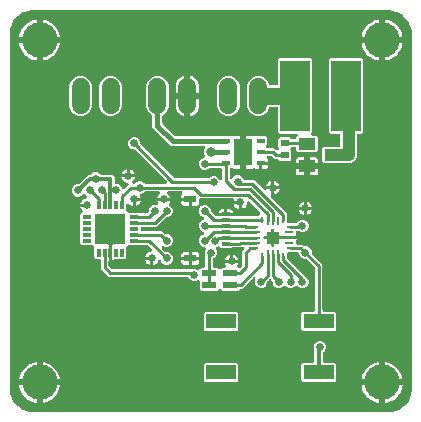
<source format=gbr>
G04 EAGLE Gerber X2 export*
%TF.Part,Single*%
%TF.FileFunction,Copper,L1,Top,Mixed*%
%TF.FilePolarity,Positive*%
%TF.GenerationSoftware,Autodesk,EAGLE,9.0.0*%
%TF.CreationDate,2018-04-30T13:02:47Z*%
G75*
%MOMM*%
%FSLAX34Y34*%
%LPD*%
%AMOC8*
5,1,8,0,0,1.08239X$1,22.5*%
G01*
%ADD10R,1.500000X2.300000*%
%ADD11R,0.710000X0.460000*%
%ADD12R,2.500000X2.500000*%
%ADD13R,0.300000X0.750000*%
%ADD14R,0.750000X0.300000*%
%ADD15R,2.500000X6.000000*%
%ADD16R,1.400000X1.000000*%
%ADD17R,0.700000X0.600000*%
%ADD18C,1.500000*%
%ADD19R,1.100000X1.100000*%
%ADD20R,0.250000X0.800000*%
%ADD21R,0.800000X0.250000*%
%ADD22R,0.550000X0.250000*%
%ADD23R,0.250000X0.550000*%
%ADD24R,2.540000X1.270000*%
%ADD25R,1.200000X0.600000*%
%ADD26R,0.700000X0.300000*%
%ADD27R,1.000000X0.600000*%
%ADD28C,0.450000*%
%ADD29C,3.000000*%
%ADD30C,0.650000*%
%ADD31C,0.250000*%
%ADD32C,0.350000*%
%ADD33C,0.800000*%
%ADD34C,0.500000*%
%ADD35C,1.016000*%
%ADD36C,1.400000*%
%ADD37C,0.254000*%
%ADD38C,0.300000*%

G36*
X24875Y5006D02*
X24875Y5006D01*
X24901Y5002D01*
X25768Y5048D01*
X25965Y5005D01*
X26032Y5008D01*
X26073Y5001D01*
X323927Y5001D01*
X324240Y5041D01*
X324255Y5047D01*
X325099Y5002D01*
X325139Y5005D01*
X325165Y5001D01*
X325660Y5001D01*
X325680Y5003D01*
X325693Y5001D01*
X328111Y5064D01*
X328364Y5103D01*
X328402Y5106D01*
X333701Y6525D01*
X333993Y6644D01*
X334030Y6672D01*
X334058Y6683D01*
X338659Y9670D01*
X338900Y9874D01*
X338927Y9912D01*
X338950Y9932D01*
X342403Y14194D01*
X342463Y14291D01*
X342497Y14333D01*
X342522Y14386D01*
X342569Y14462D01*
X342582Y14506D01*
X342598Y14532D01*
X344565Y19653D01*
X344626Y19902D01*
X344637Y19938D01*
X344989Y22600D01*
X344989Y22706D01*
X344999Y22763D01*
X344999Y327050D01*
X344979Y327206D01*
X344979Y327272D01*
X344485Y330014D01*
X344475Y330048D01*
X344474Y330056D01*
X344449Y330130D01*
X344409Y330259D01*
X344400Y330295D01*
X342025Y335702D01*
X341863Y335973D01*
X341830Y336005D01*
X341814Y336031D01*
X337885Y340439D01*
X337647Y340647D01*
X337605Y340667D01*
X337582Y340687D01*
X332483Y343665D01*
X332193Y343789D01*
X332147Y343796D01*
X332119Y343807D01*
X326349Y345064D01*
X326094Y345087D01*
X326057Y345093D01*
X323829Y345046D01*
X323819Y345044D01*
X323810Y345045D01*
X323776Y345038D01*
X323518Y344999D01*
X322812Y344999D01*
X322734Y344989D01*
X322687Y344993D01*
X322008Y344925D01*
X321939Y344946D01*
X321627Y344998D01*
X321598Y344996D01*
X321578Y344999D01*
X26073Y344999D01*
X25760Y344959D01*
X25745Y344953D01*
X24901Y344998D01*
X24861Y344995D01*
X24835Y344999D01*
X24339Y344999D01*
X24320Y344997D01*
X24307Y344999D01*
X21889Y344936D01*
X21635Y344897D01*
X21598Y344894D01*
X16299Y343475D01*
X16007Y343356D01*
X15970Y343328D01*
X15942Y343317D01*
X11341Y340330D01*
X11100Y340126D01*
X11073Y340088D01*
X11050Y340068D01*
X7597Y335806D01*
X7431Y335538D01*
X7418Y335494D01*
X7402Y335468D01*
X5435Y330347D01*
X5374Y330098D01*
X5363Y330062D01*
X5011Y327400D01*
X5011Y327294D01*
X5001Y327237D01*
X5001Y22763D01*
X5014Y22658D01*
X5011Y22600D01*
X5363Y19938D01*
X5428Y19690D01*
X5435Y19653D01*
X7402Y14532D01*
X7426Y14487D01*
X7440Y14446D01*
X7485Y14378D01*
X7551Y14254D01*
X7583Y14220D01*
X7597Y14194D01*
X11050Y9932D01*
X11278Y9713D01*
X11319Y9691D01*
X11341Y9670D01*
X15942Y6683D01*
X16226Y6546D01*
X16272Y6537D01*
X16299Y6525D01*
X21598Y5106D01*
X21852Y5072D01*
X21889Y5064D01*
X24307Y5001D01*
X24327Y5003D01*
X24340Y5001D01*
X24835Y5001D01*
X24875Y5006D01*
G37*
%LPC*%
G36*
X252761Y73239D02*
X252761Y73239D01*
X251589Y74411D01*
X251589Y88769D01*
X252761Y89941D01*
X261790Y89941D01*
X261915Y89957D01*
X262040Y89966D01*
X262071Y89977D01*
X262103Y89981D01*
X262220Y90027D01*
X262339Y90068D01*
X262366Y90086D01*
X262396Y90098D01*
X262497Y90172D01*
X262603Y90241D01*
X262624Y90265D01*
X262650Y90284D01*
X262730Y90382D01*
X262814Y90475D01*
X262829Y90504D01*
X262850Y90529D01*
X262903Y90643D01*
X262961Y90754D01*
X262965Y90780D01*
X262982Y90815D01*
X263038Y91126D01*
X263037Y91132D01*
X263038Y91135D01*
X263035Y91167D01*
X263039Y91190D01*
X263039Y126846D01*
X263025Y126955D01*
X263020Y127065D01*
X263006Y127111D01*
X262999Y127159D01*
X262959Y127261D01*
X262926Y127366D01*
X262904Y127397D01*
X262882Y127452D01*
X262696Y127706D01*
X262681Y127719D01*
X262673Y127729D01*
X256019Y134383D01*
X255933Y134451D01*
X255851Y134524D01*
X255808Y134547D01*
X255770Y134577D01*
X255669Y134620D01*
X255572Y134671D01*
X255535Y134678D01*
X255480Y134701D01*
X255168Y134749D01*
X255149Y134747D01*
X255136Y134749D01*
X253956Y134749D01*
X252026Y135549D01*
X250549Y137026D01*
X249749Y138956D01*
X249749Y139000D01*
X249733Y139125D01*
X249724Y139250D01*
X249713Y139281D01*
X249709Y139313D01*
X249663Y139430D01*
X249622Y139549D01*
X249604Y139576D01*
X249592Y139606D01*
X249518Y139707D01*
X249449Y139813D01*
X249425Y139834D01*
X249406Y139860D01*
X249308Y139940D01*
X249215Y140024D01*
X249186Y140039D01*
X249161Y140060D01*
X249047Y140113D01*
X248936Y140171D01*
X248910Y140175D01*
X248875Y140192D01*
X248564Y140248D01*
X248525Y140245D01*
X248500Y140249D01*
X241000Y140249D01*
X240875Y140233D01*
X240750Y140224D01*
X240719Y140213D01*
X240687Y140209D01*
X240570Y140163D01*
X240451Y140122D01*
X240424Y140104D01*
X240394Y140092D01*
X240293Y140018D01*
X240187Y139949D01*
X240166Y139925D01*
X240140Y139906D01*
X240060Y139808D01*
X239976Y139715D01*
X239961Y139686D01*
X239940Y139661D01*
X239887Y139547D01*
X239829Y139436D01*
X239825Y139410D01*
X239808Y139375D01*
X239752Y139064D01*
X239755Y139025D01*
X239751Y139000D01*
X239751Y135364D01*
X239765Y135255D01*
X239770Y135145D01*
X239784Y135099D01*
X239791Y135051D01*
X239831Y134949D01*
X239864Y134844D01*
X239886Y134813D01*
X239908Y134758D01*
X240094Y134504D01*
X240109Y134491D01*
X240117Y134481D01*
X254738Y119859D01*
X254756Y119845D01*
X254771Y119828D01*
X254818Y119797D01*
X254987Y119666D01*
X255093Y119621D01*
X255143Y119588D01*
X255474Y119451D01*
X256951Y117974D01*
X257751Y116044D01*
X257751Y113956D01*
X256951Y112026D01*
X255474Y110549D01*
X253544Y109749D01*
X251456Y109749D01*
X249526Y110549D01*
X248383Y111691D01*
X248284Y111768D01*
X248188Y111850D01*
X248159Y111864D01*
X248134Y111884D01*
X248018Y111934D01*
X247905Y111989D01*
X247874Y111996D01*
X247844Y112009D01*
X247719Y112028D01*
X247596Y112053D01*
X247564Y112052D01*
X247532Y112056D01*
X247407Y112044D01*
X247281Y112038D01*
X247250Y112028D01*
X247218Y112025D01*
X247100Y111981D01*
X246980Y111944D01*
X246959Y111929D01*
X246922Y111915D01*
X246663Y111735D01*
X246638Y111706D01*
X246617Y111691D01*
X245474Y110549D01*
X243544Y109749D01*
X241456Y109749D01*
X239526Y110549D01*
X238383Y111691D01*
X238284Y111768D01*
X238188Y111850D01*
X238159Y111864D01*
X238134Y111884D01*
X238018Y111934D01*
X237905Y111989D01*
X237874Y111996D01*
X237844Y112009D01*
X237719Y112028D01*
X237596Y112053D01*
X237564Y112052D01*
X237532Y112056D01*
X237407Y112044D01*
X237281Y112038D01*
X237250Y112028D01*
X237218Y112025D01*
X237100Y111981D01*
X236980Y111944D01*
X236959Y111929D01*
X236922Y111915D01*
X236663Y111735D01*
X236638Y111706D01*
X236617Y111691D01*
X235474Y110549D01*
X233544Y109749D01*
X231456Y109749D01*
X229526Y110549D01*
X228049Y112026D01*
X227249Y113956D01*
X227249Y115136D01*
X227235Y115245D01*
X227230Y115355D01*
X227216Y115401D01*
X227209Y115449D01*
X227169Y115551D01*
X227136Y115656D01*
X227114Y115687D01*
X227092Y115742D01*
X226906Y115996D01*
X226891Y116009D01*
X226883Y116019D01*
X225883Y117019D01*
X225784Y117097D01*
X225688Y117179D01*
X225659Y117193D01*
X225634Y117213D01*
X225518Y117262D01*
X225405Y117318D01*
X225374Y117324D01*
X225344Y117337D01*
X225219Y117356D01*
X225096Y117382D01*
X225064Y117380D01*
X225032Y117385D01*
X224907Y117372D01*
X224781Y117366D01*
X224750Y117356D01*
X224718Y117353D01*
X224600Y117309D01*
X224480Y117272D01*
X224459Y117257D01*
X224422Y117244D01*
X224163Y117064D01*
X224138Y117034D01*
X224117Y117019D01*
X223117Y116019D01*
X223049Y115933D01*
X222976Y115851D01*
X222953Y115808D01*
X222923Y115770D01*
X222880Y115669D01*
X222829Y115572D01*
X222822Y115535D01*
X222799Y115480D01*
X222751Y115168D01*
X222753Y115149D01*
X222751Y115136D01*
X222751Y113956D01*
X221951Y112026D01*
X220474Y110549D01*
X218544Y109749D01*
X216456Y109749D01*
X214526Y110549D01*
X213049Y112026D01*
X212249Y113956D01*
X212249Y116044D01*
X212750Y117254D01*
X212769Y117323D01*
X212797Y117388D01*
X212810Y117475D01*
X212833Y117559D01*
X212834Y117630D01*
X212845Y117700D01*
X212836Y117787D01*
X212837Y117874D01*
X212820Y117943D01*
X212813Y118014D01*
X212783Y118096D01*
X212762Y118181D01*
X212729Y118243D01*
X212704Y118310D01*
X212654Y118382D01*
X212613Y118458D01*
X212564Y118511D01*
X212524Y118569D01*
X212458Y118626D01*
X212399Y118690D01*
X212339Y118728D01*
X212285Y118775D01*
X212207Y118813D01*
X212133Y118860D01*
X212065Y118883D01*
X212001Y118914D01*
X211916Y118932D01*
X211833Y118959D01*
X211762Y118963D01*
X211693Y118978D01*
X211605Y118974D01*
X211518Y118979D01*
X211449Y118966D01*
X211377Y118962D01*
X211294Y118936D01*
X211209Y118920D01*
X211144Y118889D01*
X211076Y118868D01*
X211027Y118834D01*
X210923Y118785D01*
X210759Y118648D01*
X210713Y118616D01*
X201547Y109449D01*
X200596Y109449D01*
X200487Y109435D01*
X200377Y109430D01*
X200331Y109416D01*
X200283Y109409D01*
X200181Y109369D01*
X200076Y109336D01*
X200045Y109314D01*
X199990Y109292D01*
X199736Y109106D01*
X199724Y109091D01*
X199713Y109083D01*
X198329Y107699D01*
X184671Y107699D01*
X183383Y108987D01*
X183284Y109064D01*
X183188Y109146D01*
X183159Y109161D01*
X183134Y109180D01*
X183018Y109230D01*
X182905Y109286D01*
X182874Y109292D01*
X182844Y109305D01*
X182719Y109324D01*
X182596Y109349D01*
X182564Y109348D01*
X182532Y109353D01*
X182407Y109340D01*
X182281Y109334D01*
X182250Y109324D01*
X182218Y109321D01*
X182100Y109277D01*
X181980Y109240D01*
X181959Y109225D01*
X181922Y109211D01*
X181663Y109031D01*
X181638Y109002D01*
X181617Y108987D01*
X180329Y107699D01*
X166671Y107699D01*
X165499Y108871D01*
X165499Y115221D01*
X165492Y115275D01*
X165494Y115330D01*
X165472Y115431D01*
X165459Y115534D01*
X165439Y115585D01*
X165427Y115639D01*
X165381Y115731D01*
X165342Y115827D01*
X165310Y115871D01*
X165285Y115920D01*
X165217Y115998D01*
X165156Y116081D01*
X165113Y116116D01*
X165077Y116157D01*
X164991Y116215D01*
X164911Y116280D01*
X164861Y116304D01*
X164816Y116334D01*
X164719Y116369D01*
X164625Y116412D01*
X164570Y116422D01*
X164519Y116441D01*
X164416Y116450D01*
X164314Y116468D01*
X164259Y116464D01*
X164204Y116469D01*
X164141Y116455D01*
X164000Y116445D01*
X163836Y116389D01*
X163772Y116375D01*
X161891Y115595D01*
X159802Y115595D01*
X157872Y116395D01*
X156395Y117872D01*
X156144Y118478D01*
X156124Y118512D01*
X156112Y118549D01*
X156046Y118649D01*
X155987Y118752D01*
X155960Y118780D01*
X155938Y118813D01*
X155850Y118893D01*
X155767Y118978D01*
X155734Y118998D01*
X155705Y119024D01*
X155599Y119080D01*
X155497Y119141D01*
X155460Y119153D01*
X155425Y119171D01*
X155361Y119182D01*
X155195Y119232D01*
X155054Y119238D01*
X154990Y119249D01*
X88653Y119249D01*
X81749Y126153D01*
X81749Y133000D01*
X81733Y133125D01*
X81724Y133250D01*
X81713Y133281D01*
X81709Y133313D01*
X81663Y133430D01*
X81622Y133549D01*
X81604Y133576D01*
X81592Y133606D01*
X81518Y133707D01*
X81449Y133813D01*
X81425Y133834D01*
X81406Y133860D01*
X81308Y133940D01*
X81215Y134024D01*
X81186Y134039D01*
X81161Y134060D01*
X81047Y134113D01*
X80936Y134171D01*
X80910Y134175D01*
X80875Y134192D01*
X80564Y134248D01*
X80525Y134245D01*
X80500Y134249D01*
X77671Y134249D01*
X76499Y135421D01*
X76499Y144423D01*
X76485Y144537D01*
X76478Y144652D01*
X76465Y144693D01*
X76459Y144736D01*
X76417Y144843D01*
X76381Y144953D01*
X76358Y144989D01*
X76342Y145029D01*
X76274Y145122D01*
X76212Y145219D01*
X76187Y145241D01*
X76156Y145283D01*
X75981Y145425D01*
X75424Y145983D01*
X75372Y146063D01*
X75340Y146091D01*
X75314Y146126D01*
X75223Y146197D01*
X75138Y146274D01*
X75100Y146294D01*
X75066Y146321D01*
X74960Y146367D01*
X74858Y146421D01*
X74825Y146427D01*
X74777Y146448D01*
X74466Y146499D01*
X74440Y146496D01*
X74423Y146499D01*
X65421Y146499D01*
X64249Y147671D01*
X64249Y172329D01*
X65440Y173519D01*
X65576Y173533D01*
X65591Y173539D01*
X65607Y173541D01*
X65739Y173593D01*
X65872Y173642D01*
X65885Y173652D01*
X65900Y173658D01*
X66015Y173742D01*
X66131Y173822D01*
X66141Y173835D01*
X66154Y173844D01*
X66244Y173954D01*
X66336Y174062D01*
X66344Y174076D01*
X66354Y174089D01*
X66413Y174218D01*
X66476Y174345D01*
X66479Y174360D01*
X66486Y174375D01*
X66511Y174515D01*
X66540Y174654D01*
X66539Y174670D01*
X66542Y174686D01*
X66531Y174827D01*
X66524Y174969D01*
X66519Y174984D01*
X66518Y175000D01*
X66472Y175135D01*
X66430Y175270D01*
X66422Y175281D01*
X66416Y175299D01*
X66243Y175563D01*
X66199Y175603D01*
X66177Y175633D01*
X65502Y176309D01*
X64868Y177257D01*
X64432Y178311D01*
X64344Y178751D01*
X70000Y178751D01*
X70124Y178766D01*
X70250Y178776D01*
X70281Y178786D01*
X70313Y178790D01*
X70429Y178837D01*
X70549Y178878D01*
X70576Y178895D01*
X70606Y178907D01*
X70707Y178982D01*
X70812Y179051D01*
X70834Y179075D01*
X70860Y179094D01*
X70940Y179191D01*
X71024Y179285D01*
X71039Y179313D01*
X71060Y179338D01*
X71112Y179453D01*
X71171Y179564D01*
X71175Y179590D01*
X71191Y179625D01*
X71247Y179936D01*
X71244Y179974D01*
X71249Y180000D01*
X71233Y180125D01*
X71224Y180251D01*
X71213Y180281D01*
X71209Y180313D01*
X71162Y180430D01*
X71122Y180549D01*
X71104Y180576D01*
X71092Y180606D01*
X71018Y180708D01*
X70948Y180813D01*
X70925Y180834D01*
X70905Y180860D01*
X70808Y180940D01*
X70715Y181025D01*
X70686Y181040D01*
X70661Y181060D01*
X70547Y181113D01*
X70435Y181171D01*
X70410Y181176D01*
X70374Y181192D01*
X70064Y181248D01*
X70025Y181245D01*
X70000Y181249D01*
X64344Y181249D01*
X64432Y181689D01*
X64868Y182743D01*
X65502Y183691D01*
X66309Y184498D01*
X67257Y185132D01*
X68311Y185568D01*
X69138Y185733D01*
X69239Y185767D01*
X69343Y185792D01*
X69388Y185816D01*
X69437Y185833D01*
X69527Y185891D01*
X69621Y185942D01*
X69659Y185977D01*
X69702Y186005D01*
X69774Y186083D01*
X69852Y186156D01*
X69880Y186199D01*
X69915Y186237D01*
X69965Y186332D01*
X70023Y186421D01*
X70039Y186470D01*
X70063Y186516D01*
X70088Y186620D01*
X70121Y186721D01*
X70124Y186773D01*
X70136Y186823D01*
X70134Y186930D01*
X70141Y187036D01*
X70131Y187087D01*
X70131Y187138D01*
X70102Y187241D01*
X70082Y187346D01*
X70060Y187393D01*
X70046Y187442D01*
X69992Y187535D01*
X69947Y187631D01*
X69914Y187671D01*
X69888Y187715D01*
X69813Y187791D01*
X69745Y187873D01*
X69711Y187895D01*
X69666Y187940D01*
X69586Y187988D01*
X68383Y189191D01*
X68284Y189268D01*
X68188Y189350D01*
X68159Y189364D01*
X68134Y189384D01*
X68018Y189434D01*
X67905Y189489D01*
X67874Y189496D01*
X67844Y189509D01*
X67719Y189528D01*
X67596Y189553D01*
X67564Y189552D01*
X67532Y189556D01*
X67407Y189544D01*
X67281Y189538D01*
X67250Y189528D01*
X67218Y189525D01*
X67100Y189481D01*
X66980Y189444D01*
X66959Y189429D01*
X66922Y189415D01*
X66663Y189235D01*
X66638Y189206D01*
X66617Y189191D01*
X65474Y188049D01*
X63544Y187249D01*
X61456Y187249D01*
X59526Y188049D01*
X58049Y189526D01*
X57249Y191456D01*
X57249Y193544D01*
X58049Y195474D01*
X59526Y196951D01*
X61456Y197751D01*
X62282Y197751D01*
X62391Y197765D01*
X62501Y197770D01*
X62548Y197784D01*
X62595Y197791D01*
X62698Y197831D01*
X62802Y197864D01*
X62833Y197886D01*
X62888Y197908D01*
X63143Y198094D01*
X63155Y198109D01*
X63166Y198117D01*
X71050Y206001D01*
X73058Y206001D01*
X73167Y206015D01*
X73276Y206020D01*
X73323Y206034D01*
X73371Y206041D01*
X73473Y206081D01*
X73578Y206114D01*
X73608Y206136D01*
X73664Y206158D01*
X73918Y206344D01*
X73930Y206359D01*
X73941Y206367D01*
X74526Y206951D01*
X76456Y207751D01*
X78544Y207751D01*
X80474Y206951D01*
X81059Y206367D01*
X81146Y206299D01*
X81227Y206226D01*
X81270Y206203D01*
X81309Y206173D01*
X81410Y206130D01*
X81507Y206079D01*
X81544Y206072D01*
X81598Y206049D01*
X81910Y206001D01*
X81929Y206003D01*
X81942Y206001D01*
X91450Y206001D01*
X93501Y203950D01*
X93501Y199000D01*
X93517Y198875D01*
X93526Y198750D01*
X93537Y198719D01*
X93541Y198687D01*
X93587Y198570D01*
X93628Y198451D01*
X93646Y198424D01*
X93658Y198394D01*
X93732Y198293D01*
X93801Y198187D01*
X93825Y198166D01*
X93844Y198140D01*
X93942Y198060D01*
X94035Y197976D01*
X94064Y197961D01*
X94089Y197940D01*
X94203Y197887D01*
X94314Y197829D01*
X94340Y197825D01*
X94375Y197808D01*
X94686Y197752D01*
X94725Y197755D01*
X94750Y197751D01*
X96044Y197751D01*
X97974Y196951D01*
X99451Y195474D01*
X99886Y194426D01*
X99913Y194378D01*
X99932Y194326D01*
X99991Y194241D01*
X100042Y194152D01*
X100081Y194112D01*
X100112Y194067D01*
X100190Y194000D01*
X100262Y193926D01*
X100310Y193897D01*
X100351Y193861D01*
X100444Y193816D01*
X100532Y193762D01*
X100585Y193746D01*
X100635Y193722D01*
X100736Y193701D01*
X100834Y193672D01*
X100890Y193669D01*
X100944Y193658D01*
X101047Y193663D01*
X101150Y193659D01*
X101204Y193671D01*
X101259Y193674D01*
X101357Y193705D01*
X101458Y193727D01*
X101507Y193751D01*
X101560Y193768D01*
X101613Y193805D01*
X101740Y193869D01*
X101870Y193983D01*
X101923Y194020D01*
X105014Y197112D01*
X105026Y197127D01*
X105042Y197140D01*
X105123Y197252D01*
X105208Y197361D01*
X105215Y197379D01*
X105227Y197395D01*
X105277Y197523D01*
X105332Y197651D01*
X105335Y197670D01*
X105342Y197689D01*
X105359Y197826D01*
X105380Y197963D01*
X105378Y197982D01*
X105380Y198002D01*
X105362Y198139D01*
X105348Y198277D01*
X105341Y198295D01*
X105339Y198315D01*
X105287Y198443D01*
X105239Y198573D01*
X105227Y198589D01*
X105220Y198607D01*
X105138Y198718D01*
X105059Y198832D01*
X105044Y198845D01*
X105032Y198860D01*
X104924Y198947D01*
X104819Y199037D01*
X104802Y199046D01*
X104787Y199058D01*
X104738Y199078D01*
X104536Y199177D01*
X104429Y199199D01*
X104375Y199220D01*
X103311Y199432D01*
X102257Y199868D01*
X101309Y200502D01*
X100502Y201309D01*
X99868Y202257D01*
X99432Y203311D01*
X99344Y203751D01*
X105000Y203751D01*
X110656Y203751D01*
X110568Y203311D01*
X110132Y202257D01*
X109498Y201309D01*
X108637Y200448D01*
X108580Y200406D01*
X108547Y200366D01*
X108508Y200332D01*
X108448Y200244D01*
X108380Y200161D01*
X108359Y200115D01*
X108330Y200072D01*
X108293Y199972D01*
X108249Y199875D01*
X108239Y199824D01*
X108222Y199776D01*
X108212Y199669D01*
X108193Y199564D01*
X108197Y199513D01*
X108192Y199462D01*
X108208Y199356D01*
X108216Y199250D01*
X108233Y199201D01*
X108241Y199150D01*
X108284Y199052D01*
X108318Y198951D01*
X108346Y198908D01*
X108367Y198861D01*
X108433Y198777D01*
X108491Y198687D01*
X108530Y198653D01*
X108561Y198612D01*
X108646Y198547D01*
X108725Y198476D01*
X108771Y198452D01*
X108812Y198420D01*
X108910Y198379D01*
X109005Y198329D01*
X109044Y198322D01*
X109102Y198297D01*
X109414Y198251D01*
X109430Y198253D01*
X109440Y198251D01*
X110308Y198251D01*
X110417Y198265D01*
X110526Y198270D01*
X110573Y198284D01*
X110621Y198291D01*
X110723Y198331D01*
X110828Y198364D01*
X110858Y198386D01*
X110914Y198408D01*
X111168Y198594D01*
X111180Y198609D01*
X111191Y198617D01*
X112026Y199451D01*
X113956Y200251D01*
X116044Y200251D01*
X117974Y199451D01*
X118809Y198617D01*
X118896Y198549D01*
X118977Y198476D01*
X119020Y198453D01*
X119058Y198424D01*
X119160Y198380D01*
X119257Y198329D01*
X119294Y198322D01*
X119348Y198299D01*
X119660Y198251D01*
X119679Y198253D01*
X119692Y198251D01*
X136636Y198251D01*
X136776Y198269D01*
X136918Y198283D01*
X136933Y198289D01*
X136949Y198291D01*
X137081Y198343D01*
X137214Y198392D01*
X137227Y198402D01*
X137242Y198408D01*
X137357Y198492D01*
X137473Y198572D01*
X137483Y198585D01*
X137496Y198594D01*
X137586Y198704D01*
X137679Y198812D01*
X137686Y198826D01*
X137696Y198839D01*
X137755Y198968D01*
X137818Y199095D01*
X137821Y199111D01*
X137828Y199125D01*
X137853Y199265D01*
X137882Y199404D01*
X137881Y199420D01*
X137884Y199436D01*
X137873Y199577D01*
X137866Y199719D01*
X137861Y199734D01*
X137860Y199750D01*
X137814Y199885D01*
X137772Y200020D01*
X137764Y200031D01*
X137758Y200049D01*
X137585Y200313D01*
X137541Y200353D01*
X137519Y200383D01*
X111019Y226883D01*
X110933Y226951D01*
X110851Y227024D01*
X110808Y227047D01*
X110770Y227077D01*
X110669Y227120D01*
X110572Y227171D01*
X110535Y227178D01*
X110480Y227201D01*
X110168Y227249D01*
X110149Y227247D01*
X110136Y227249D01*
X108956Y227249D01*
X107026Y228049D01*
X105549Y229526D01*
X104749Y231456D01*
X104749Y233544D01*
X105549Y235474D01*
X107026Y236951D01*
X108956Y237751D01*
X111044Y237751D01*
X112974Y236951D01*
X114451Y235474D01*
X115251Y233544D01*
X115251Y232364D01*
X115265Y232255D01*
X115270Y232145D01*
X115275Y232130D01*
X115276Y232114D01*
X115286Y232083D01*
X115291Y232051D01*
X115331Y231949D01*
X115364Y231844D01*
X115372Y231833D01*
X115378Y231815D01*
X115395Y231789D01*
X115408Y231758D01*
X115484Y231654D01*
X115551Y231552D01*
X115575Y231530D01*
X115594Y231504D01*
X115609Y231491D01*
X115617Y231481D01*
X143481Y203617D01*
X143567Y203549D01*
X143649Y203476D01*
X143692Y203453D01*
X143730Y203423D01*
X143831Y203380D01*
X143928Y203329D01*
X143965Y203322D01*
X144020Y203299D01*
X144332Y203251D01*
X144351Y203253D01*
X144364Y203251D01*
X173388Y203251D01*
X173497Y203265D01*
X173606Y203270D01*
X173653Y203284D01*
X173701Y203291D01*
X173803Y203331D01*
X173908Y203364D01*
X173938Y203386D01*
X173994Y203408D01*
X174248Y203594D01*
X174260Y203609D01*
X174271Y203617D01*
X174526Y203871D01*
X176456Y204671D01*
X178544Y204671D01*
X180474Y203871D01*
X181951Y202394D01*
X182046Y202166D01*
X182081Y202104D01*
X182108Y202038D01*
X182159Y201968D01*
X182202Y201892D01*
X182252Y201841D01*
X182294Y201784D01*
X182362Y201729D01*
X182423Y201666D01*
X182483Y201629D01*
X182539Y201584D01*
X182618Y201548D01*
X182692Y201503D01*
X182761Y201482D01*
X182825Y201452D01*
X182911Y201437D01*
X182995Y201412D01*
X183066Y201409D01*
X183136Y201397D01*
X183223Y201403D01*
X183310Y201400D01*
X183379Y201415D01*
X183450Y201420D01*
X183533Y201448D01*
X183618Y201467D01*
X183681Y201499D01*
X183749Y201522D01*
X183822Y201570D01*
X183900Y201609D01*
X183953Y201656D01*
X184013Y201695D01*
X184071Y201760D01*
X184137Y201818D01*
X184177Y201876D01*
X184224Y201929D01*
X184265Y202006D01*
X184314Y202079D01*
X184338Y202146D01*
X184371Y202209D01*
X184382Y202268D01*
X184420Y202376D01*
X184439Y202589D01*
X184449Y202644D01*
X184449Y210050D01*
X184433Y210175D01*
X184424Y210300D01*
X184413Y210331D01*
X184409Y210363D01*
X184363Y210480D01*
X184322Y210599D01*
X184304Y210626D01*
X184292Y210656D01*
X184218Y210757D01*
X184149Y210863D01*
X184125Y210884D01*
X184106Y210910D01*
X184008Y210990D01*
X183915Y211074D01*
X183886Y211089D01*
X183861Y211110D01*
X183747Y211163D01*
X183636Y211221D01*
X183610Y211225D01*
X183575Y211242D01*
X183336Y211285D01*
X183237Y211383D01*
X183150Y211451D01*
X183069Y211524D01*
X183026Y211547D01*
X182988Y211577D01*
X182887Y211620D01*
X182789Y211671D01*
X182752Y211678D01*
X182698Y211701D01*
X182386Y211749D01*
X182367Y211747D01*
X182354Y211749D01*
X174692Y211749D01*
X174583Y211735D01*
X174474Y211730D01*
X174427Y211716D01*
X174379Y211709D01*
X174277Y211669D01*
X174172Y211636D01*
X174142Y211614D01*
X174086Y211592D01*
X173832Y211406D01*
X173820Y211391D01*
X173809Y211383D01*
X172974Y210549D01*
X171044Y209749D01*
X168956Y209749D01*
X167026Y210549D01*
X165549Y212026D01*
X164749Y213956D01*
X164749Y216044D01*
X165549Y217974D01*
X167026Y219451D01*
X169096Y220309D01*
X169205Y220371D01*
X169317Y220428D01*
X169342Y220449D01*
X169370Y220465D01*
X169460Y220553D01*
X169554Y220636D01*
X169573Y220663D01*
X169596Y220686D01*
X169661Y220793D01*
X169732Y220897D01*
X169743Y220928D01*
X169759Y220955D01*
X169795Y221076D01*
X169838Y221194D01*
X169841Y221227D01*
X169850Y221258D01*
X169855Y221383D01*
X169866Y221509D01*
X169861Y221534D01*
X169862Y221573D01*
X169795Y221881D01*
X169777Y221916D01*
X169772Y221941D01*
X168999Y223806D01*
X168999Y226194D01*
X169922Y228422D01*
X169937Y228475D01*
X169960Y228525D01*
X169978Y228627D01*
X170005Y228726D01*
X170006Y228782D01*
X170016Y228836D01*
X170008Y228939D01*
X170009Y229042D01*
X169996Y229095D01*
X169992Y229150D01*
X169959Y229248D01*
X169934Y229348D01*
X169908Y229397D01*
X169890Y229449D01*
X169834Y229535D01*
X169785Y229626D01*
X169747Y229667D01*
X169717Y229713D01*
X169640Y229782D01*
X169570Y229858D01*
X169524Y229887D01*
X169483Y229924D01*
X169392Y229972D01*
X169305Y230028D01*
X169252Y230045D01*
X169204Y230071D01*
X169140Y230082D01*
X169005Y230127D01*
X168832Y230138D01*
X168768Y230149D01*
X141139Y230149D01*
X125549Y245739D01*
X125549Y255642D01*
X125544Y255681D01*
X125547Y255720D01*
X125524Y255837D01*
X125509Y255955D01*
X125495Y255992D01*
X125488Y256030D01*
X125437Y256138D01*
X125392Y256248D01*
X125369Y256280D01*
X125353Y256315D01*
X125276Y256407D01*
X125206Y256503D01*
X125175Y256528D01*
X125150Y256558D01*
X125096Y256593D01*
X124961Y256702D01*
X124833Y256761D01*
X124778Y256797D01*
X124418Y256946D01*
X121746Y259618D01*
X120299Y263110D01*
X120299Y281890D01*
X121746Y285382D01*
X124418Y288054D01*
X127910Y289501D01*
X131690Y289501D01*
X135182Y288054D01*
X137854Y285382D01*
X139301Y281890D01*
X139301Y263110D01*
X137854Y259618D01*
X135182Y256946D01*
X134822Y256797D01*
X134788Y256777D01*
X134751Y256765D01*
X134651Y256699D01*
X134548Y256640D01*
X134520Y256613D01*
X134487Y256591D01*
X134407Y256503D01*
X134322Y256420D01*
X134302Y256386D01*
X134276Y256357D01*
X134220Y256252D01*
X134159Y256150D01*
X134147Y256113D01*
X134129Y256078D01*
X134118Y256014D01*
X134068Y255848D01*
X134062Y255707D01*
X134051Y255642D01*
X134051Y249778D01*
X134065Y249669D01*
X134070Y249559D01*
X134084Y249513D01*
X134091Y249465D01*
X134131Y249363D01*
X134164Y249258D01*
X134186Y249227D01*
X134208Y249172D01*
X134394Y248918D01*
X134409Y248906D01*
X134417Y248895D01*
X144295Y239017D01*
X144382Y238949D01*
X144463Y238876D01*
X144506Y238853D01*
X144544Y238823D01*
X144645Y238780D01*
X144743Y238729D01*
X144780Y238722D01*
X144834Y238699D01*
X145146Y238651D01*
X145165Y238653D01*
X145178Y238651D01*
X182754Y238651D01*
X182863Y238665D01*
X182973Y238670D01*
X183019Y238684D01*
X183067Y238691D01*
X183092Y238701D01*
X192100Y238701D01*
X192101Y238700D01*
X192192Y238621D01*
X192225Y238604D01*
X192255Y238581D01*
X192366Y238533D01*
X192473Y238479D01*
X192510Y238471D01*
X192545Y238456D01*
X192664Y238438D01*
X192782Y238413D01*
X192819Y238414D01*
X192857Y238409D01*
X192977Y238421D01*
X193097Y238426D01*
X193125Y238436D01*
X193171Y238440D01*
X193466Y238550D01*
X193493Y238568D01*
X193513Y238576D01*
X194019Y238868D01*
X194666Y239041D01*
X200001Y239041D01*
X200001Y226250D01*
X200017Y226125D01*
X200026Y226000D01*
X200037Y225969D01*
X200041Y225937D01*
X200087Y225820D01*
X200128Y225701D01*
X200146Y225674D01*
X200158Y225644D01*
X200232Y225543D01*
X200301Y225437D01*
X200325Y225416D01*
X200344Y225390D01*
X200442Y225310D01*
X200535Y225226D01*
X200564Y225211D01*
X200589Y225190D01*
X200703Y225138D01*
X200815Y225079D01*
X200840Y225075D01*
X200875Y225058D01*
X201186Y225003D01*
X201225Y225005D01*
X201250Y225001D01*
X203750Y225001D01*
X203875Y225017D01*
X204000Y225026D01*
X204031Y225037D01*
X204063Y225041D01*
X204180Y225087D01*
X204299Y225128D01*
X204326Y225146D01*
X204356Y225158D01*
X204457Y225232D01*
X204563Y225301D01*
X204584Y225325D01*
X204610Y225344D01*
X204690Y225442D01*
X204774Y225535D01*
X204789Y225564D01*
X204810Y225589D01*
X204862Y225703D01*
X204921Y225815D01*
X204925Y225840D01*
X204942Y225875D01*
X204998Y226186D01*
X204995Y226225D01*
X204999Y226250D01*
X204999Y239041D01*
X210334Y239041D01*
X210981Y238868D01*
X211423Y238612D01*
X211534Y238566D01*
X211643Y238512D01*
X211679Y238505D01*
X211714Y238490D01*
X211834Y238473D01*
X211952Y238448D01*
X211989Y238450D01*
X212026Y238445D01*
X212146Y238458D01*
X212267Y238464D01*
X212303Y238475D01*
X212340Y238479D01*
X212453Y238522D01*
X212568Y238558D01*
X212592Y238575D01*
X212635Y238591D01*
X212893Y238774D01*
X212913Y238798D01*
X212917Y238801D01*
X221679Y238801D01*
X222851Y237629D01*
X222851Y231371D01*
X222113Y230633D01*
X222036Y230534D01*
X221954Y230438D01*
X221939Y230409D01*
X221920Y230384D01*
X221870Y230268D01*
X221814Y230155D01*
X221808Y230124D01*
X221795Y230094D01*
X221776Y229969D01*
X221751Y229846D01*
X221752Y229814D01*
X221747Y229782D01*
X221760Y229657D01*
X221766Y229531D01*
X221776Y229500D01*
X221779Y229468D01*
X221823Y229350D01*
X221860Y229230D01*
X221875Y229209D01*
X221889Y229172D01*
X222069Y228913D01*
X222098Y228888D01*
X222113Y228867D01*
X222363Y228617D01*
X222450Y228549D01*
X222531Y228476D01*
X222574Y228453D01*
X222612Y228423D01*
X222713Y228380D01*
X222811Y228329D01*
X222848Y228322D01*
X222902Y228299D01*
X223214Y228251D01*
X223233Y228253D01*
X223246Y228251D01*
X228847Y228251D01*
X230501Y226597D01*
X230600Y226520D01*
X230696Y226438D01*
X230724Y226423D01*
X230750Y226404D01*
X230866Y226354D01*
X230979Y226298D01*
X231010Y226292D01*
X231040Y226279D01*
X231165Y226260D01*
X231288Y226235D01*
X231320Y226236D01*
X231352Y226231D01*
X231477Y226244D01*
X231603Y226250D01*
X231634Y226260D01*
X231666Y226263D01*
X231784Y226307D01*
X231904Y226344D01*
X231925Y226359D01*
X231962Y226372D01*
X232221Y226552D01*
X232234Y226568D01*
X232241Y226572D01*
X232253Y226587D01*
X232267Y226597D01*
X232287Y226617D01*
X232364Y226716D01*
X232446Y226812D01*
X232461Y226841D01*
X232480Y226866D01*
X232530Y226982D01*
X232586Y227095D01*
X232592Y227126D01*
X232605Y227156D01*
X232624Y227281D01*
X232649Y227404D01*
X232648Y227436D01*
X232653Y227468D01*
X232640Y227593D01*
X232634Y227719D01*
X232624Y227750D01*
X232621Y227782D01*
X232577Y227900D01*
X232540Y228020D01*
X232525Y228041D01*
X232511Y228078D01*
X232331Y228337D01*
X232302Y228362D01*
X232287Y228383D01*
X231999Y228671D01*
X231999Y236329D01*
X233171Y237501D01*
X241829Y237501D01*
X243213Y236117D01*
X243300Y236049D01*
X243381Y235976D01*
X243424Y235953D01*
X243462Y235924D01*
X243563Y235880D01*
X243661Y235829D01*
X243698Y235822D01*
X243752Y235799D01*
X244064Y235751D01*
X244083Y235753D01*
X244096Y235751D01*
X246250Y235751D01*
X246375Y235767D01*
X246500Y235776D01*
X246531Y235787D01*
X246563Y235791D01*
X246680Y235837D01*
X246799Y235878D01*
X246826Y235896D01*
X246856Y235908D01*
X246957Y235982D01*
X247063Y236051D01*
X247084Y236075D01*
X247110Y236094D01*
X247190Y236192D01*
X247274Y236285D01*
X247289Y236314D01*
X247310Y236339D01*
X247363Y236453D01*
X247421Y236564D01*
X247425Y236590D01*
X247442Y236625D01*
X247498Y236936D01*
X247495Y236975D01*
X247499Y237000D01*
X247499Y237829D01*
X248037Y238367D01*
X248124Y238479D01*
X248214Y238589D01*
X248220Y238603D01*
X248230Y238616D01*
X248286Y238746D01*
X248346Y238875D01*
X248348Y238891D01*
X248355Y238906D01*
X248376Y239047D01*
X248401Y239186D01*
X248400Y239202D01*
X248403Y239218D01*
X248388Y239359D01*
X248378Y239500D01*
X248373Y239516D01*
X248371Y239532D01*
X248322Y239664D01*
X248276Y239799D01*
X248267Y239813D01*
X248262Y239828D01*
X248181Y239944D01*
X248103Y240063D01*
X248091Y240074D01*
X248081Y240087D01*
X247974Y240179D01*
X247869Y240274D01*
X247855Y240282D01*
X247842Y240292D01*
X247715Y240355D01*
X247589Y240421D01*
X247576Y240423D01*
X247559Y240432D01*
X247250Y240496D01*
X247191Y240493D01*
X247154Y240499D01*
X232921Y240499D01*
X231749Y241671D01*
X231749Y262250D01*
X231733Y262375D01*
X231724Y262500D01*
X231713Y262531D01*
X231709Y262563D01*
X231663Y262680D01*
X231622Y262799D01*
X231604Y262826D01*
X231592Y262856D01*
X231518Y262957D01*
X231449Y263063D01*
X231425Y263084D01*
X231406Y263110D01*
X231308Y263190D01*
X231215Y263274D01*
X231186Y263289D01*
X231161Y263310D01*
X231047Y263363D01*
X230936Y263421D01*
X230910Y263425D01*
X230875Y263442D01*
X230564Y263498D01*
X230525Y263495D01*
X230500Y263499D01*
X225697Y263499D01*
X225658Y263494D01*
X225619Y263497D01*
X225502Y263474D01*
X225384Y263459D01*
X225347Y263445D01*
X225309Y263438D01*
X225201Y263387D01*
X225091Y263342D01*
X225059Y263319D01*
X225024Y263303D01*
X224932Y263226D01*
X224836Y263156D01*
X224812Y263126D01*
X224782Y263100D01*
X224746Y263045D01*
X224637Y262911D01*
X224578Y262783D01*
X224542Y262728D01*
X223254Y259618D01*
X220582Y256946D01*
X217090Y255499D01*
X213310Y255499D01*
X209818Y256946D01*
X207146Y259618D01*
X205699Y263110D01*
X205699Y281890D01*
X207146Y285382D01*
X209818Y288054D01*
X213310Y289501D01*
X217090Y289501D01*
X220582Y288054D01*
X223254Y285382D01*
X224542Y282272D01*
X224562Y282238D01*
X224574Y282201D01*
X224640Y282101D01*
X224699Y281998D01*
X224726Y281970D01*
X224748Y281937D01*
X224836Y281857D01*
X224919Y281772D01*
X224953Y281752D01*
X224982Y281726D01*
X225087Y281670D01*
X225189Y281609D01*
X225226Y281597D01*
X225261Y281579D01*
X225325Y281568D01*
X225491Y281518D01*
X225632Y281512D01*
X225697Y281501D01*
X230500Y281501D01*
X230625Y281517D01*
X230750Y281526D01*
X230781Y281537D01*
X230813Y281541D01*
X230930Y281587D01*
X231049Y281628D01*
X231076Y281646D01*
X231106Y281658D01*
X231207Y281732D01*
X231313Y281801D01*
X231334Y281825D01*
X231360Y281844D01*
X231440Y281942D01*
X231524Y282035D01*
X231539Y282064D01*
X231560Y282089D01*
X231613Y282203D01*
X231671Y282314D01*
X231675Y282340D01*
X231692Y282375D01*
X231748Y282686D01*
X231745Y282725D01*
X231749Y282750D01*
X231749Y303329D01*
X232921Y304501D01*
X259579Y304501D01*
X260751Y303329D01*
X260751Y241671D01*
X260213Y241133D01*
X260126Y241021D01*
X260036Y240911D01*
X260030Y240897D01*
X260020Y240884D01*
X259964Y240754D01*
X259904Y240625D01*
X259902Y240609D01*
X259895Y240594D01*
X259874Y240453D01*
X259849Y240314D01*
X259850Y240298D01*
X259847Y240282D01*
X259862Y240141D01*
X259872Y240000D01*
X259877Y239984D01*
X259879Y239968D01*
X259928Y239836D01*
X259974Y239701D01*
X259983Y239687D01*
X259988Y239672D01*
X260069Y239556D01*
X260147Y239437D01*
X260159Y239426D01*
X260169Y239413D01*
X260276Y239321D01*
X260381Y239226D01*
X260395Y239218D01*
X260408Y239208D01*
X260535Y239145D01*
X260661Y239079D01*
X260674Y239077D01*
X260691Y239068D01*
X261000Y239004D01*
X261059Y239007D01*
X261096Y239001D01*
X264329Y239001D01*
X265501Y237829D01*
X265501Y226171D01*
X264329Y224999D01*
X248671Y224999D01*
X247499Y226171D01*
X247499Y228000D01*
X247483Y228125D01*
X247474Y228250D01*
X247463Y228281D01*
X247459Y228313D01*
X247413Y228430D01*
X247372Y228549D01*
X247354Y228576D01*
X247342Y228606D01*
X247268Y228707D01*
X247199Y228813D01*
X247175Y228834D01*
X247156Y228860D01*
X247058Y228940D01*
X246965Y229024D01*
X246936Y229039D01*
X246911Y229060D01*
X246797Y229113D01*
X246686Y229171D01*
X246660Y229175D01*
X246625Y229192D01*
X246314Y229248D01*
X246275Y229245D01*
X246250Y229249D01*
X244096Y229249D01*
X243987Y229235D01*
X243877Y229230D01*
X243831Y229216D01*
X243783Y229209D01*
X243681Y229169D01*
X243576Y229136D01*
X243545Y229114D01*
X243490Y229092D01*
X243236Y228906D01*
X243224Y228891D01*
X243213Y228883D01*
X242713Y228383D01*
X242636Y228284D01*
X242554Y228188D01*
X242539Y228159D01*
X242520Y228134D01*
X242470Y228018D01*
X242414Y227905D01*
X242408Y227874D01*
X242395Y227844D01*
X242376Y227719D01*
X242351Y227596D01*
X242352Y227564D01*
X242347Y227532D01*
X242360Y227407D01*
X242366Y227281D01*
X242376Y227250D01*
X242379Y227218D01*
X242423Y227100D01*
X242460Y226980D01*
X242475Y226959D01*
X242489Y226922D01*
X242669Y226663D01*
X242698Y226638D01*
X242713Y226617D01*
X243001Y226329D01*
X243001Y218671D01*
X241829Y217499D01*
X233171Y217499D01*
X231787Y218883D01*
X231700Y218951D01*
X231619Y219024D01*
X231576Y219047D01*
X231538Y219076D01*
X231437Y219120D01*
X231339Y219171D01*
X231302Y219178D01*
X231248Y219201D01*
X230936Y219249D01*
X230917Y219247D01*
X230904Y219249D01*
X228653Y219249D01*
X226519Y221383D01*
X226433Y221451D01*
X226351Y221524D01*
X226308Y221547D01*
X226270Y221577D01*
X226169Y221620D01*
X226072Y221671D01*
X226035Y221678D01*
X225980Y221701D01*
X225668Y221749D01*
X225649Y221747D01*
X225636Y221749D01*
X223510Y221749D01*
X223369Y221731D01*
X223228Y221717D01*
X223213Y221711D01*
X223197Y221709D01*
X223065Y221657D01*
X222932Y221608D01*
X222919Y221598D01*
X222904Y221592D01*
X222789Y221508D01*
X222673Y221428D01*
X222662Y221415D01*
X222649Y221406D01*
X222560Y221296D01*
X222467Y221188D01*
X222460Y221174D01*
X222450Y221161D01*
X222391Y221033D01*
X222328Y220905D01*
X222325Y220889D01*
X222318Y220875D01*
X222293Y220735D01*
X222264Y220596D01*
X222265Y220580D01*
X222262Y220564D01*
X222273Y220423D01*
X222280Y220281D01*
X222285Y220266D01*
X222286Y220250D01*
X222332Y220115D01*
X222374Y219980D01*
X222381Y219969D01*
X222388Y219951D01*
X222561Y219687D01*
X222605Y219647D01*
X222626Y219617D01*
X222883Y219360D01*
X223218Y218781D01*
X223391Y218134D01*
X223391Y216749D01*
X217300Y216749D01*
X217176Y216734D01*
X217050Y216724D01*
X217019Y216714D01*
X216987Y216710D01*
X216871Y216663D01*
X216751Y216622D01*
X216724Y216605D01*
X216694Y216593D01*
X216593Y216518D01*
X216488Y216449D01*
X216487Y216449D01*
X216487Y216448D01*
X216466Y216425D01*
X216440Y216406D01*
X216439Y216405D01*
X216360Y216308D01*
X216275Y216215D01*
X216260Y216186D01*
X216240Y216161D01*
X216187Y216047D01*
X216129Y215935D01*
X216124Y215910D01*
X216108Y215874D01*
X216052Y215564D01*
X216055Y215525D01*
X216051Y215500D01*
X216051Y210659D01*
X213416Y210659D01*
X212769Y210832D01*
X212240Y211138D01*
X212134Y211183D01*
X212031Y211234D01*
X211989Y211243D01*
X211949Y211260D01*
X211835Y211277D01*
X211722Y211301D01*
X211679Y211299D01*
X211637Y211305D01*
X211522Y211293D01*
X211407Y211288D01*
X211375Y211277D01*
X211323Y211271D01*
X211028Y211159D01*
X211007Y211144D01*
X210991Y211138D01*
X210981Y211132D01*
X210334Y210959D01*
X204999Y210959D01*
X204999Y223750D01*
X204983Y223875D01*
X204974Y224000D01*
X204963Y224031D01*
X204959Y224063D01*
X204913Y224180D01*
X204872Y224299D01*
X204854Y224326D01*
X204842Y224356D01*
X204768Y224457D01*
X204699Y224563D01*
X204675Y224584D01*
X204656Y224610D01*
X204558Y224690D01*
X204465Y224774D01*
X204436Y224789D01*
X204411Y224810D01*
X204297Y224862D01*
X204185Y224921D01*
X204160Y224925D01*
X204125Y224942D01*
X203814Y224997D01*
X203775Y224995D01*
X203750Y224999D01*
X201250Y224999D01*
X201125Y224983D01*
X201000Y224974D01*
X200969Y224963D01*
X200937Y224959D01*
X200820Y224913D01*
X200701Y224872D01*
X200674Y224854D01*
X200644Y224842D01*
X200543Y224768D01*
X200437Y224699D01*
X200416Y224675D01*
X200390Y224656D01*
X200310Y224558D01*
X200226Y224465D01*
X200211Y224436D01*
X200190Y224411D01*
X200138Y224297D01*
X200079Y224185D01*
X200075Y224160D01*
X200058Y224125D01*
X200002Y223814D01*
X200005Y223775D01*
X200001Y223750D01*
X200001Y210959D01*
X194666Y210959D01*
X194019Y211132D01*
X193513Y211424D01*
X193402Y211471D01*
X193294Y211524D01*
X193257Y211532D01*
X193223Y211546D01*
X193103Y211564D01*
X192985Y211588D01*
X192947Y211586D01*
X192910Y211592D01*
X192790Y211579D01*
X192670Y211573D01*
X192634Y211561D01*
X192597Y211557D01*
X192484Y211514D01*
X192369Y211478D01*
X192344Y211462D01*
X192302Y211445D01*
X192073Y211283D01*
X191950Y211274D01*
X191919Y211263D01*
X191887Y211259D01*
X191770Y211213D01*
X191651Y211172D01*
X191624Y211154D01*
X191594Y211142D01*
X191493Y211068D01*
X191387Y210999D01*
X191366Y210975D01*
X191340Y210956D01*
X191260Y210858D01*
X191176Y210765D01*
X191161Y210736D01*
X191140Y210711D01*
X191087Y210597D01*
X191029Y210486D01*
X191025Y210460D01*
X191008Y210425D01*
X190952Y210114D01*
X190955Y210075D01*
X190951Y210050D01*
X190951Y203772D01*
X190969Y203631D01*
X190983Y203490D01*
X190989Y203475D01*
X190991Y203459D01*
X191043Y203327D01*
X191092Y203194D01*
X191102Y203181D01*
X191108Y203166D01*
X191191Y203051D01*
X191272Y202935D01*
X191285Y202924D01*
X191294Y202911D01*
X191404Y202821D01*
X191512Y202729D01*
X191526Y202722D01*
X191539Y202712D01*
X191668Y202652D01*
X191795Y202590D01*
X191811Y202587D01*
X191825Y202580D01*
X191965Y202555D01*
X192104Y202526D01*
X192120Y202527D01*
X192136Y202524D01*
X192277Y202535D01*
X192419Y202542D01*
X192434Y202547D01*
X192450Y202548D01*
X192585Y202594D01*
X192720Y202636D01*
X192731Y202643D01*
X192749Y202649D01*
X193013Y202823D01*
X193053Y202867D01*
X193083Y202888D01*
X194726Y204531D01*
X196656Y205331D01*
X198745Y205331D01*
X200675Y204531D01*
X202152Y203054D01*
X202538Y202122D01*
X202558Y202088D01*
X202570Y202051D01*
X202636Y201951D01*
X202695Y201848D01*
X202722Y201820D01*
X202744Y201787D01*
X202832Y201707D01*
X202915Y201622D01*
X202948Y201602D01*
X202977Y201576D01*
X203083Y201520D01*
X203185Y201458D01*
X203222Y201447D01*
X203257Y201429D01*
X203321Y201418D01*
X203487Y201368D01*
X203628Y201362D01*
X203692Y201351D01*
X211588Y201351D01*
X219592Y193346D01*
X219676Y193281D01*
X219755Y193209D01*
X219801Y193185D01*
X219841Y193153D01*
X219940Y193111D01*
X220034Y193061D01*
X220084Y193049D01*
X220131Y193029D01*
X220237Y193013D01*
X220341Y192988D01*
X220392Y192989D01*
X220443Y192981D01*
X220550Y192992D01*
X220656Y192994D01*
X220706Y193007D01*
X220757Y193013D01*
X220857Y193050D01*
X220960Y193078D01*
X221005Y193104D01*
X221053Y193122D01*
X221141Y193183D01*
X221233Y193236D01*
X221270Y193273D01*
X221312Y193302D01*
X221382Y193383D01*
X221458Y193458D01*
X221484Y193502D01*
X221518Y193541D01*
X221565Y193637D01*
X221620Y193729D01*
X221626Y193751D01*
X226251Y193751D01*
X226251Y189119D01*
X226152Y189083D01*
X226110Y189054D01*
X226063Y189032D01*
X225980Y188964D01*
X225893Y188903D01*
X225859Y188864D01*
X225820Y188831D01*
X225757Y188745D01*
X225687Y188664D01*
X225665Y188617D01*
X225634Y188576D01*
X225595Y188476D01*
X225548Y188381D01*
X225538Y188330D01*
X225519Y188282D01*
X225506Y188176D01*
X225484Y188072D01*
X225487Y188020D01*
X225481Y187969D01*
X225495Y187863D01*
X225500Y187756D01*
X225515Y187707D01*
X225522Y187656D01*
X225562Y187557D01*
X225594Y187455D01*
X225617Y187423D01*
X225640Y187364D01*
X225828Y187110D01*
X225840Y187101D01*
X225846Y187092D01*
X235572Y177367D01*
X235594Y177349D01*
X239751Y173193D01*
X239751Y166000D01*
X239767Y165875D01*
X239776Y165750D01*
X239787Y165719D01*
X239791Y165687D01*
X239837Y165570D01*
X239878Y165451D01*
X239896Y165424D01*
X239908Y165394D01*
X239982Y165293D01*
X240051Y165187D01*
X240075Y165166D01*
X240094Y165140D01*
X240192Y165060D01*
X240285Y164976D01*
X240314Y164961D01*
X240339Y164940D01*
X240453Y164887D01*
X240564Y164829D01*
X240590Y164825D01*
X240625Y164808D01*
X240936Y164752D01*
X240975Y164755D01*
X241000Y164751D01*
X246914Y164751D01*
X246953Y164756D01*
X246992Y164753D01*
X247109Y164776D01*
X247227Y164791D01*
X247264Y164805D01*
X247302Y164812D01*
X247409Y164863D01*
X247520Y164908D01*
X247552Y164931D01*
X247587Y164947D01*
X247678Y165024D01*
X247775Y165094D01*
X247799Y165124D01*
X247829Y165150D01*
X247865Y165205D01*
X247974Y165339D01*
X248026Y165452D01*
X249526Y166951D01*
X251456Y167751D01*
X253544Y167751D01*
X255474Y166951D01*
X256951Y165474D01*
X257751Y163544D01*
X257751Y161456D01*
X256951Y159526D01*
X255474Y158049D01*
X253544Y157249D01*
X251456Y157249D01*
X249296Y158144D01*
X249294Y158144D01*
X249243Y158171D01*
X249206Y158178D01*
X249152Y158201D01*
X249002Y158224D01*
X248992Y158227D01*
X248983Y158227D01*
X248840Y158249D01*
X248821Y158247D01*
X248808Y158249D01*
X248250Y158249D01*
X248125Y158233D01*
X248000Y158224D01*
X247969Y158213D01*
X247937Y158209D01*
X247820Y158163D01*
X247701Y158122D01*
X247674Y158104D01*
X247644Y158092D01*
X247543Y158018D01*
X247437Y157949D01*
X247416Y157925D01*
X247390Y157906D01*
X247310Y157808D01*
X247226Y157715D01*
X247211Y157686D01*
X247190Y157661D01*
X247137Y157547D01*
X247079Y157436D01*
X247075Y157410D01*
X247058Y157375D01*
X247002Y157064D01*
X247005Y157025D01*
X247001Y157000D01*
X247001Y155701D01*
X247014Y155597D01*
X247018Y155493D01*
X247032Y155454D01*
X247041Y155388D01*
X247158Y155095D01*
X247165Y155085D01*
X247168Y155076D01*
X247368Y154731D01*
X247541Y154084D01*
X247541Y153749D01*
X246346Y153749D01*
X246345Y153749D01*
X241000Y153749D01*
X235654Y153749D01*
X228750Y153749D01*
X228749Y153749D01*
X228749Y153750D01*
X228749Y159250D01*
X228734Y159375D01*
X228724Y159500D01*
X228714Y159531D01*
X228710Y159563D01*
X228663Y159680D01*
X228622Y159799D01*
X228605Y159826D01*
X228593Y159856D01*
X228518Y159957D01*
X228449Y160063D01*
X228425Y160084D01*
X228406Y160110D01*
X228309Y160190D01*
X228215Y160274D01*
X228186Y160289D01*
X228161Y160310D01*
X228047Y160363D01*
X227936Y160421D01*
X227910Y160425D01*
X227875Y160442D01*
X227564Y160498D01*
X227525Y160495D01*
X227500Y160499D01*
X227375Y160483D01*
X227249Y160474D01*
X227219Y160463D01*
X227187Y160459D01*
X227070Y160413D01*
X226951Y160372D01*
X226924Y160354D01*
X226894Y160342D01*
X226792Y160268D01*
X226687Y160199D01*
X226665Y160175D01*
X226639Y160156D01*
X226560Y160058D01*
X226475Y159965D01*
X226460Y159936D01*
X226440Y159911D01*
X226387Y159797D01*
X226329Y159686D01*
X226324Y159660D01*
X226308Y159625D01*
X226252Y159314D01*
X226255Y159275D01*
X226251Y159250D01*
X226251Y153750D01*
X226251Y153749D01*
X226250Y153749D01*
X220750Y153749D01*
X220625Y153734D01*
X220500Y153724D01*
X220469Y153714D01*
X220437Y153710D01*
X220320Y153663D01*
X220201Y153622D01*
X220174Y153605D01*
X220144Y153593D01*
X220043Y153518D01*
X219937Y153449D01*
X219916Y153425D01*
X219890Y153406D01*
X219810Y153309D01*
X219726Y153215D01*
X219711Y153186D01*
X219690Y153161D01*
X219637Y153047D01*
X219579Y152936D01*
X219575Y152910D01*
X219558Y152875D01*
X219502Y152564D01*
X219505Y152525D01*
X219501Y152500D01*
X219517Y152375D01*
X219526Y152249D01*
X219537Y152219D01*
X219541Y152187D01*
X219587Y152070D01*
X219628Y151951D01*
X219646Y151924D01*
X219658Y151894D01*
X219732Y151792D01*
X219801Y151687D01*
X219825Y151665D01*
X219844Y151639D01*
X219942Y151560D01*
X220035Y151475D01*
X220064Y151460D01*
X220089Y151440D01*
X220203Y151387D01*
X220314Y151329D01*
X220340Y151324D01*
X220375Y151308D01*
X220686Y151252D01*
X220725Y151255D01*
X220750Y151251D01*
X226250Y151251D01*
X226251Y151251D01*
X226251Y151250D01*
X226251Y145750D01*
X226266Y145625D01*
X226276Y145500D01*
X226286Y145469D01*
X226290Y145437D01*
X226337Y145320D01*
X226378Y145201D01*
X226395Y145174D01*
X226407Y145144D01*
X226482Y145043D01*
X226551Y144937D01*
X226575Y144916D01*
X226594Y144890D01*
X226691Y144810D01*
X226785Y144726D01*
X226813Y144711D01*
X226838Y144690D01*
X226953Y144637D01*
X227064Y144579D01*
X227090Y144575D01*
X227125Y144558D01*
X227436Y144502D01*
X227474Y144505D01*
X227500Y144501D01*
X227625Y144517D01*
X227751Y144526D01*
X227781Y144537D01*
X227813Y144541D01*
X227930Y144587D01*
X228049Y144628D01*
X228076Y144646D01*
X228106Y144658D01*
X228208Y144732D01*
X228313Y144801D01*
X228334Y144825D01*
X228360Y144844D01*
X228440Y144942D01*
X228525Y145035D01*
X228540Y145064D01*
X228560Y145089D01*
X228613Y145203D01*
X228671Y145314D01*
X228676Y145340D01*
X228692Y145375D01*
X228748Y145686D01*
X228745Y145725D01*
X228749Y145750D01*
X228749Y151250D01*
X228749Y151251D01*
X228750Y151251D01*
X235654Y151251D01*
X235655Y151251D01*
X241000Y151251D01*
X246345Y151251D01*
X246346Y151251D01*
X247541Y151251D01*
X247541Y150916D01*
X247368Y150269D01*
X247168Y149924D01*
X247128Y149827D01*
X247079Y149735D01*
X247072Y149694D01*
X247046Y149633D01*
X247001Y149321D01*
X247002Y149308D01*
X247001Y149299D01*
X247001Y148000D01*
X247017Y147875D01*
X247026Y147750D01*
X247037Y147719D01*
X247041Y147687D01*
X247087Y147570D01*
X247128Y147451D01*
X247146Y147424D01*
X247158Y147394D01*
X247232Y147293D01*
X247301Y147187D01*
X247325Y147166D01*
X247344Y147140D01*
X247442Y147060D01*
X247535Y146976D01*
X247564Y146961D01*
X247589Y146940D01*
X247703Y146887D01*
X247814Y146829D01*
X247840Y146825D01*
X247875Y146808D01*
X248186Y146752D01*
X248225Y146755D01*
X248250Y146751D01*
X252847Y146751D01*
X253981Y145617D01*
X254067Y145549D01*
X254149Y145476D01*
X254192Y145453D01*
X254230Y145423D01*
X254331Y145380D01*
X254428Y145329D01*
X254465Y145322D01*
X254520Y145299D01*
X254832Y145251D01*
X254851Y145253D01*
X254864Y145251D01*
X256044Y145251D01*
X257974Y144451D01*
X259451Y142974D01*
X260251Y141044D01*
X260251Y139864D01*
X260265Y139755D01*
X260270Y139645D01*
X260284Y139599D01*
X260291Y139551D01*
X260331Y139449D01*
X260364Y139344D01*
X260386Y139313D01*
X260408Y139258D01*
X260594Y139004D01*
X260609Y138991D01*
X260617Y138981D01*
X269541Y130057D01*
X269541Y91190D01*
X269557Y91065D01*
X269566Y90940D01*
X269577Y90909D01*
X269581Y90877D01*
X269627Y90760D01*
X269668Y90641D01*
X269686Y90614D01*
X269698Y90584D01*
X269772Y90483D01*
X269841Y90377D01*
X269865Y90356D01*
X269884Y90330D01*
X269982Y90250D01*
X270075Y90166D01*
X270104Y90151D01*
X270129Y90130D01*
X270243Y90077D01*
X270354Y90019D01*
X270380Y90015D01*
X270415Y89998D01*
X270726Y89942D01*
X270765Y89945D01*
X270790Y89941D01*
X279819Y89941D01*
X280991Y88769D01*
X280991Y74411D01*
X279819Y73239D01*
X252761Y73239D01*
G37*
%LPD*%
G36*
X164289Y125232D02*
X164289Y125232D01*
X164392Y125231D01*
X164445Y125244D01*
X164500Y125248D01*
X164598Y125281D01*
X164698Y125306D01*
X164747Y125332D01*
X164799Y125350D01*
X164885Y125406D01*
X164976Y125455D01*
X165017Y125493D01*
X165063Y125523D01*
X165132Y125600D01*
X165208Y125670D01*
X165237Y125716D01*
X165274Y125757D01*
X165322Y125848D01*
X165378Y125935D01*
X165395Y125987D01*
X165421Y126036D01*
X165424Y126053D01*
X166671Y127301D01*
X169000Y127301D01*
X169125Y127317D01*
X169250Y127326D01*
X169281Y127337D01*
X169313Y127341D01*
X169430Y127387D01*
X169549Y127428D01*
X169576Y127446D01*
X169606Y127458D01*
X169707Y127532D01*
X169813Y127601D01*
X169834Y127625D01*
X169860Y127644D01*
X169940Y127742D01*
X170024Y127835D01*
X170039Y127864D01*
X170060Y127889D01*
X170113Y128003D01*
X170171Y128114D01*
X170175Y128140D01*
X170192Y128175D01*
X170248Y128486D01*
X170245Y128525D01*
X170249Y128550D01*
X170249Y137500D01*
X170246Y137523D01*
X170248Y137546D01*
X170236Y137601D01*
X170209Y137813D01*
X170167Y137919D01*
X170154Y137978D01*
X169749Y138956D01*
X169749Y141044D01*
X170568Y143022D01*
X170583Y143075D01*
X170606Y143125D01*
X170624Y143227D01*
X170651Y143326D01*
X170652Y143382D01*
X170662Y143436D01*
X170654Y143539D01*
X170655Y143642D01*
X170642Y143695D01*
X170638Y143750D01*
X170605Y143848D01*
X170580Y143948D01*
X170554Y143997D01*
X170536Y144049D01*
X170480Y144135D01*
X170431Y144226D01*
X170393Y144267D01*
X170363Y144313D01*
X170287Y144382D01*
X170217Y144458D01*
X170170Y144487D01*
X170129Y144524D01*
X170038Y144572D01*
X169951Y144628D01*
X169899Y144645D01*
X169850Y144671D01*
X169786Y144682D01*
X169651Y144727D01*
X169479Y144738D01*
X169414Y144749D01*
X168956Y144749D01*
X167026Y145549D01*
X165549Y147026D01*
X164749Y148956D01*
X164749Y151044D01*
X165549Y152974D01*
X167026Y154451D01*
X168582Y155096D01*
X168705Y155166D01*
X168830Y155233D01*
X168841Y155244D01*
X168856Y155252D01*
X168957Y155352D01*
X169061Y155448D01*
X169070Y155461D01*
X169081Y155473D01*
X169155Y155594D01*
X169232Y155713D01*
X169237Y155729D01*
X169245Y155742D01*
X169286Y155878D01*
X169330Y156013D01*
X169331Y156029D01*
X169336Y156045D01*
X169341Y156186D01*
X169350Y156328D01*
X169347Y156344D01*
X169348Y156360D01*
X169318Y156499D01*
X169291Y156638D01*
X169284Y156652D01*
X169281Y156668D01*
X169217Y156795D01*
X169156Y156923D01*
X169146Y156935D01*
X169139Y156950D01*
X169045Y157056D01*
X168954Y157165D01*
X168943Y157172D01*
X168930Y157187D01*
X168669Y157364D01*
X168613Y157384D01*
X168582Y157404D01*
X167026Y158049D01*
X165549Y159526D01*
X164749Y161456D01*
X164749Y163544D01*
X165549Y165474D01*
X167026Y166951D01*
X168582Y167596D01*
X168705Y167666D01*
X168830Y167733D01*
X168841Y167744D01*
X168856Y167752D01*
X168957Y167851D01*
X169061Y167948D01*
X169070Y167961D01*
X169081Y167973D01*
X169155Y168093D01*
X169232Y168213D01*
X169237Y168229D01*
X169245Y168242D01*
X169286Y168378D01*
X169330Y168513D01*
X169331Y168529D01*
X169336Y168545D01*
X169341Y168686D01*
X169350Y168828D01*
X169347Y168844D01*
X169348Y168860D01*
X169318Y168999D01*
X169291Y169138D01*
X169284Y169152D01*
X169281Y169168D01*
X169216Y169295D01*
X169156Y169423D01*
X169146Y169435D01*
X169138Y169450D01*
X169045Y169556D01*
X168954Y169665D01*
X168943Y169672D01*
X168930Y169687D01*
X168669Y169864D01*
X168613Y169884D01*
X168582Y169904D01*
X167026Y170549D01*
X165549Y172026D01*
X164749Y173956D01*
X164749Y176044D01*
X165630Y178171D01*
X165644Y178223D01*
X165667Y178272D01*
X165669Y178283D01*
X165674Y178295D01*
X165689Y178386D01*
X165713Y178475D01*
X165714Y178534D01*
X165722Y178582D01*
X165722Y178590D01*
X165724Y178606D01*
X165716Y178698D01*
X165717Y178791D01*
X165702Y178852D01*
X165699Y178897D01*
X165697Y178902D01*
X165695Y178921D01*
X165664Y179008D01*
X165642Y179097D01*
X165638Y179105D01*
X165672Y179088D01*
X165677Y179087D01*
X165682Y179085D01*
X165832Y179055D01*
X165981Y179024D01*
X165986Y179024D01*
X165992Y179023D01*
X166144Y179032D01*
X166296Y179040D01*
X166301Y179041D01*
X166307Y179042D01*
X166453Y179089D01*
X166597Y179134D01*
X166601Y179136D01*
X166607Y179138D01*
X166873Y179307D01*
X166912Y179352D01*
X166961Y179386D01*
X167026Y179451D01*
X168956Y180251D01*
X171044Y180251D01*
X172974Y179451D01*
X174451Y177974D01*
X175251Y176044D01*
X175251Y174864D01*
X175265Y174755D01*
X175270Y174645D01*
X175284Y174599D01*
X175291Y174551D01*
X175331Y174449D01*
X175364Y174344D01*
X175386Y174313D01*
X175408Y174258D01*
X175594Y174004D01*
X175609Y173991D01*
X175617Y173981D01*
X178481Y171117D01*
X178567Y171049D01*
X178649Y170976D01*
X178692Y170953D01*
X178730Y170923D01*
X178831Y170880D01*
X178928Y170829D01*
X178965Y170822D01*
X179020Y170799D01*
X179332Y170751D01*
X179351Y170753D01*
X179364Y170751D01*
X180410Y170751D01*
X180535Y170767D01*
X180660Y170776D01*
X180691Y170787D01*
X180723Y170791D01*
X180840Y170837D01*
X180959Y170878D01*
X180986Y170896D01*
X181016Y170908D01*
X181117Y170982D01*
X181223Y171051D01*
X181244Y171075D01*
X181270Y171094D01*
X181350Y171192D01*
X181403Y171251D01*
X187700Y171251D01*
X194000Y171251D01*
X194041Y171187D01*
X194065Y171166D01*
X194084Y171140D01*
X194182Y171060D01*
X194275Y170976D01*
X194304Y170961D01*
X194329Y170940D01*
X194443Y170887D01*
X194554Y170829D01*
X194580Y170825D01*
X194615Y170808D01*
X194926Y170752D01*
X194965Y170755D01*
X194990Y170751D01*
X214204Y170751D01*
X214313Y170765D01*
X214423Y170770D01*
X214469Y170784D01*
X214517Y170791D01*
X214619Y170831D01*
X214724Y170864D01*
X214755Y170886D01*
X214810Y170908D01*
X215064Y171094D01*
X215076Y171109D01*
X215087Y171117D01*
X216553Y172583D01*
X216630Y172682D01*
X216712Y172778D01*
X216727Y172807D01*
X216746Y172832D01*
X216796Y172948D01*
X216852Y173061D01*
X216858Y173092D01*
X216871Y173122D01*
X216890Y173247D01*
X216915Y173370D01*
X216914Y173402D01*
X216919Y173434D01*
X216906Y173559D01*
X216900Y173685D01*
X216890Y173716D01*
X216887Y173748D01*
X216843Y173866D01*
X216806Y173986D01*
X216791Y174007D01*
X216778Y174044D01*
X216598Y174303D01*
X216568Y174328D01*
X216553Y174349D01*
X207923Y182979D01*
X207811Y183066D01*
X207701Y183156D01*
X207687Y183163D01*
X207674Y183173D01*
X207543Y183229D01*
X207415Y183288D01*
X207399Y183291D01*
X207384Y183297D01*
X207243Y183319D01*
X207104Y183344D01*
X207088Y183342D01*
X207072Y183345D01*
X206931Y183331D01*
X206790Y183320D01*
X206774Y183315D01*
X206758Y183313D01*
X206625Y183264D01*
X206491Y183218D01*
X206477Y183209D01*
X206462Y183204D01*
X206346Y183123D01*
X206227Y183045D01*
X206216Y183033D01*
X206203Y183024D01*
X206111Y182917D01*
X206016Y182811D01*
X206008Y182797D01*
X205998Y182784D01*
X205935Y182658D01*
X205869Y182532D01*
X205867Y182519D01*
X205858Y182501D01*
X205794Y182192D01*
X205797Y182133D01*
X205791Y182096D01*
X205791Y181930D01*
X205568Y180811D01*
X205132Y179757D01*
X204498Y178809D01*
X203691Y178002D01*
X202743Y177368D01*
X201689Y176932D01*
X201249Y176844D01*
X201249Y182500D01*
X201234Y182624D01*
X201224Y182750D01*
X201214Y182781D01*
X201210Y182813D01*
X201163Y182929D01*
X201122Y183049D01*
X201105Y183076D01*
X201093Y183106D01*
X201018Y183207D01*
X200949Y183312D01*
X200949Y183313D01*
X200948Y183313D01*
X200925Y183334D01*
X200906Y183360D01*
X200905Y183360D01*
X200808Y183440D01*
X200715Y183525D01*
X200686Y183540D01*
X200661Y183560D01*
X200547Y183613D01*
X200435Y183671D01*
X200410Y183676D01*
X200374Y183692D01*
X200064Y183748D01*
X200025Y183745D01*
X200000Y183749D01*
X194344Y183749D01*
X194449Y184276D01*
X194455Y184367D01*
X194472Y184456D01*
X194466Y184523D01*
X194471Y184591D01*
X194455Y184680D01*
X194448Y184770D01*
X194426Y184835D01*
X194414Y184901D01*
X194375Y184983D01*
X194346Y185069D01*
X194309Y185126D01*
X194280Y185187D01*
X194223Y185257D01*
X194173Y185333D01*
X194122Y185378D01*
X194079Y185430D01*
X194006Y185484D01*
X193939Y185544D01*
X193879Y185576D01*
X193824Y185616D01*
X193740Y185649D01*
X193659Y185691D01*
X193610Y185700D01*
X193530Y185731D01*
X193239Y185767D01*
X193224Y185769D01*
X166490Y185769D01*
X166365Y185753D01*
X166240Y185744D01*
X166209Y185733D01*
X166177Y185729D01*
X166060Y185683D01*
X165941Y185642D01*
X165914Y185624D01*
X165884Y185612D01*
X165783Y185538D01*
X165677Y185469D01*
X165656Y185445D01*
X165630Y185426D01*
X165550Y185328D01*
X165466Y185235D01*
X165451Y185206D01*
X165430Y185181D01*
X165377Y185067D01*
X165319Y184956D01*
X165315Y184930D01*
X165298Y184895D01*
X165242Y184584D01*
X165245Y184545D01*
X165241Y184520D01*
X165241Y181666D01*
X165068Y181019D01*
X164995Y180894D01*
X164936Y180754D01*
X164876Y180614D01*
X164875Y180608D01*
X164873Y180603D01*
X164852Y180453D01*
X164828Y180302D01*
X164829Y180296D01*
X164828Y180291D01*
X164845Y180140D01*
X164860Y179988D01*
X164862Y179983D01*
X164863Y179978D01*
X164917Y179834D01*
X164926Y179810D01*
X164891Y179827D01*
X164801Y179847D01*
X164713Y179876D01*
X164647Y179880D01*
X164583Y179894D01*
X164504Y179891D01*
X164475Y179896D01*
X164471Y179896D01*
X164448Y179893D01*
X164398Y179896D01*
X164333Y179884D01*
X164268Y179881D01*
X164220Y179864D01*
X164158Y179856D01*
X164130Y179845D01*
X164088Y179837D01*
X163970Y179781D01*
X163865Y179739D01*
X163858Y179733D01*
X163851Y179731D01*
X163681Y179632D01*
X163034Y179459D01*
X159199Y179459D01*
X159199Y184750D01*
X159183Y184875D01*
X159174Y185000D01*
X159163Y185031D01*
X159159Y185063D01*
X159113Y185179D01*
X159072Y185299D01*
X159054Y185326D01*
X159042Y185356D01*
X158968Y185457D01*
X158899Y185562D01*
X158875Y185584D01*
X158856Y185610D01*
X158758Y185690D01*
X158665Y185774D01*
X158636Y185789D01*
X158611Y185810D01*
X158549Y185838D01*
X158542Y185856D01*
X158468Y185957D01*
X158399Y186063D01*
X158375Y186084D01*
X158356Y186110D01*
X158258Y186190D01*
X158165Y186274D01*
X158136Y186289D01*
X158111Y186310D01*
X157997Y186363D01*
X157885Y186421D01*
X157860Y186425D01*
X157825Y186442D01*
X157514Y186498D01*
X157475Y186495D01*
X157450Y186499D01*
X150159Y186499D01*
X150159Y188334D01*
X150332Y188981D01*
X150667Y189560D01*
X150723Y189617D01*
X150810Y189729D01*
X150900Y189839D01*
X150907Y189853D01*
X150917Y189866D01*
X150973Y189996D01*
X151032Y190125D01*
X151035Y190141D01*
X151041Y190156D01*
X151063Y190297D01*
X151088Y190436D01*
X151087Y190452D01*
X151089Y190468D01*
X151075Y190609D01*
X151064Y190750D01*
X151059Y190766D01*
X151057Y190782D01*
X151008Y190915D01*
X150962Y191049D01*
X150953Y191063D01*
X150948Y191078D01*
X150867Y191194D01*
X150789Y191313D01*
X150777Y191323D01*
X150768Y191337D01*
X150661Y191429D01*
X150555Y191524D01*
X150541Y191532D01*
X150529Y191542D01*
X150401Y191605D01*
X150276Y191671D01*
X150263Y191673D01*
X150246Y191682D01*
X149937Y191746D01*
X149877Y191743D01*
X149840Y191749D01*
X139440Y191749D01*
X139334Y191736D01*
X139228Y191731D01*
X139178Y191716D01*
X139127Y191709D01*
X139028Y191670D01*
X138926Y191638D01*
X138882Y191612D01*
X138834Y191592D01*
X138748Y191529D01*
X138657Y191473D01*
X138621Y191436D01*
X138580Y191406D01*
X138512Y191323D01*
X138438Y191246D01*
X138413Y191201D01*
X138380Y191161D01*
X138336Y191064D01*
X138283Y190971D01*
X138270Y190922D01*
X138249Y190875D01*
X138230Y190770D01*
X138202Y190666D01*
X138202Y190615D01*
X138193Y190564D01*
X138201Y190458D01*
X138200Y190351D01*
X138212Y190301D01*
X138216Y190250D01*
X138251Y190148D01*
X138277Y190045D01*
X138301Y190000D01*
X138318Y189951D01*
X138377Y189861D01*
X138428Y189768D01*
X138457Y189741D01*
X138491Y189687D01*
X138604Y189585D01*
X139498Y188691D01*
X140132Y187743D01*
X140568Y186689D01*
X140656Y186249D01*
X135000Y186249D01*
X129344Y186249D01*
X129432Y186689D01*
X129868Y187743D01*
X130502Y188691D01*
X131363Y189552D01*
X131420Y189594D01*
X131453Y189634D01*
X131492Y189668D01*
X131552Y189756D01*
X131620Y189839D01*
X131641Y189885D01*
X131670Y189928D01*
X131707Y190028D01*
X131751Y190125D01*
X131761Y190176D01*
X131778Y190224D01*
X131788Y190331D01*
X131807Y190436D01*
X131803Y190487D01*
X131808Y190538D01*
X131792Y190644D01*
X131784Y190750D01*
X131767Y190799D01*
X131759Y190850D01*
X131716Y190948D01*
X131682Y191049D01*
X131654Y191092D01*
X131633Y191139D01*
X131567Y191223D01*
X131509Y191313D01*
X131470Y191347D01*
X131439Y191388D01*
X131354Y191453D01*
X131275Y191524D01*
X131229Y191548D01*
X131188Y191580D01*
X131090Y191621D01*
X130995Y191671D01*
X130956Y191678D01*
X130898Y191703D01*
X130586Y191749D01*
X130570Y191747D01*
X130560Y191749D01*
X119692Y191749D01*
X119583Y191735D01*
X119474Y191730D01*
X119427Y191716D01*
X119379Y191709D01*
X119277Y191669D01*
X119172Y191636D01*
X119142Y191614D01*
X119086Y191592D01*
X118832Y191406D01*
X118820Y191391D01*
X118809Y191383D01*
X117974Y190549D01*
X116014Y189737D01*
X115952Y189727D01*
X115815Y189709D01*
X115797Y189702D01*
X115778Y189699D01*
X115651Y189644D01*
X115522Y189592D01*
X115506Y189581D01*
X115489Y189573D01*
X115380Y189488D01*
X115268Y189406D01*
X115256Y189391D01*
X115240Y189379D01*
X115156Y189269D01*
X115068Y189161D01*
X115060Y189144D01*
X115048Y189128D01*
X114995Y189001D01*
X114937Y188875D01*
X114933Y188855D01*
X114925Y188837D01*
X114905Y188700D01*
X114881Y188564D01*
X114882Y188545D01*
X114879Y188525D01*
X114894Y188388D01*
X114904Y188250D01*
X114911Y188231D01*
X114913Y188212D01*
X114934Y188164D01*
X115006Y187951D01*
X115066Y187860D01*
X115090Y187806D01*
X115132Y187743D01*
X115568Y186689D01*
X115656Y186249D01*
X110000Y186249D01*
X109876Y186234D01*
X109750Y186224D01*
X109719Y186214D01*
X109687Y186210D01*
X109571Y186163D01*
X109451Y186122D01*
X109424Y186105D01*
X109394Y186093D01*
X109293Y186018D01*
X109188Y185949D01*
X109187Y185949D01*
X109187Y185948D01*
X109166Y185925D01*
X109140Y185906D01*
X109139Y185905D01*
X109060Y185808D01*
X108975Y185715D01*
X108960Y185686D01*
X108940Y185661D01*
X108887Y185547D01*
X108829Y185435D01*
X108824Y185410D01*
X108808Y185374D01*
X108752Y185064D01*
X108755Y185025D01*
X108751Y185000D01*
X108751Y179344D01*
X108311Y179432D01*
X107257Y179868D01*
X106309Y180502D01*
X105633Y181177D01*
X105521Y181264D01*
X105411Y181354D01*
X105397Y181361D01*
X105384Y181370D01*
X105254Y181426D01*
X105125Y181486D01*
X105109Y181489D01*
X105094Y181495D01*
X104953Y181517D01*
X104814Y181542D01*
X104798Y181540D01*
X104782Y181543D01*
X104641Y181529D01*
X104500Y181518D01*
X104484Y181513D01*
X104468Y181511D01*
X104336Y181462D01*
X104201Y181416D01*
X104187Y181407D01*
X104172Y181402D01*
X104056Y181321D01*
X103937Y181243D01*
X103926Y181231D01*
X103913Y181222D01*
X103821Y181114D01*
X103726Y181009D01*
X103718Y180995D01*
X103708Y180982D01*
X103645Y180855D01*
X103579Y180729D01*
X103577Y180717D01*
X103568Y180699D01*
X103504Y180390D01*
X103507Y180331D01*
X103501Y180294D01*
X103501Y175577D01*
X103515Y175463D01*
X103522Y175348D01*
X103535Y175307D01*
X103541Y175264D01*
X103583Y175157D01*
X103619Y175047D01*
X103642Y175011D01*
X103658Y174971D01*
X103726Y174878D01*
X103788Y174781D01*
X103813Y174759D01*
X103844Y174717D01*
X104019Y174575D01*
X104576Y174017D01*
X104628Y173937D01*
X104660Y173909D01*
X104686Y173874D01*
X104777Y173803D01*
X104862Y173726D01*
X104900Y173706D01*
X104934Y173679D01*
X105040Y173633D01*
X105142Y173579D01*
X105175Y173573D01*
X105223Y173552D01*
X105534Y173501D01*
X105560Y173504D01*
X105577Y173501D01*
X114603Y173501D01*
X114631Y173476D01*
X114674Y173453D01*
X114712Y173423D01*
X114813Y173380D01*
X114911Y173329D01*
X114948Y173322D01*
X115002Y173299D01*
X115314Y173251D01*
X115333Y173253D01*
X115346Y173251D01*
X120636Y173251D01*
X120745Y173265D01*
X120855Y173270D01*
X120901Y173284D01*
X120949Y173291D01*
X121051Y173331D01*
X121156Y173364D01*
X121187Y173386D01*
X121242Y173408D01*
X121496Y173594D01*
X121509Y173609D01*
X121519Y173617D01*
X121883Y173981D01*
X121951Y174067D01*
X122024Y174149D01*
X122047Y174192D01*
X122077Y174230D01*
X122120Y174331D01*
X122171Y174428D01*
X122178Y174465D01*
X122201Y174520D01*
X122249Y174832D01*
X122247Y174851D01*
X122249Y174864D01*
X122249Y176044D01*
X123049Y177974D01*
X124526Y179451D01*
X126456Y180251D01*
X128587Y180251D01*
X128627Y180236D01*
X128678Y180231D01*
X128728Y180218D01*
X128834Y180216D01*
X128941Y180206D01*
X128992Y180214D01*
X129044Y180214D01*
X129147Y180239D01*
X129252Y180256D01*
X129300Y180276D01*
X129350Y180289D01*
X129444Y180339D01*
X129542Y180382D01*
X129582Y180414D01*
X129628Y180438D01*
X129706Y180511D01*
X129790Y180576D01*
X129821Y180617D01*
X129859Y180652D01*
X129917Y180742D01*
X129982Y180827D01*
X130002Y180874D01*
X130030Y180918D01*
X130063Y181019D01*
X130105Y181117D01*
X130112Y181169D01*
X130128Y181218D01*
X130135Y181324D01*
X130151Y181430D01*
X130145Y181481D01*
X130149Y181533D01*
X130129Y181637D01*
X130117Y181743D01*
X130101Y181780D01*
X130089Y181842D01*
X129955Y182128D01*
X129945Y182139D01*
X129941Y182149D01*
X129868Y182257D01*
X129432Y183311D01*
X129344Y183751D01*
X135000Y183751D01*
X140656Y183751D01*
X140568Y183311D01*
X140132Y182257D01*
X139583Y181436D01*
X139543Y181355D01*
X139494Y181279D01*
X139473Y181215D01*
X139443Y181154D01*
X139424Y181065D01*
X139395Y180979D01*
X139391Y180912D01*
X139377Y180845D01*
X139381Y180755D01*
X139375Y180664D01*
X139388Y180598D01*
X139391Y180530D01*
X139417Y180443D01*
X139434Y180355D01*
X139463Y180293D01*
X139483Y180229D01*
X139531Y180151D01*
X139569Y180069D01*
X139613Y180017D01*
X139648Y179960D01*
X139714Y179897D01*
X139772Y179827D01*
X139814Y179800D01*
X139876Y179741D01*
X140132Y179596D01*
X140144Y179588D01*
X140474Y179451D01*
X141951Y177974D01*
X142751Y176044D01*
X142751Y173956D01*
X141951Y172026D01*
X140474Y170549D01*
X138544Y169749D01*
X137364Y169749D01*
X137255Y169735D01*
X137145Y169730D01*
X137099Y169716D01*
X137051Y169709D01*
X136949Y169669D01*
X136844Y169636D01*
X136813Y169614D01*
X136758Y169592D01*
X136504Y169406D01*
X136491Y169391D01*
X136481Y169383D01*
X128847Y161749D01*
X117000Y161749D01*
X116875Y161733D01*
X116750Y161724D01*
X116719Y161713D01*
X116687Y161709D01*
X116570Y161663D01*
X116451Y161622D01*
X116424Y161604D01*
X116394Y161592D01*
X116293Y161518D01*
X116187Y161449D01*
X116166Y161425D01*
X116140Y161406D01*
X116060Y161308D01*
X115976Y161215D01*
X115961Y161186D01*
X115940Y161161D01*
X115887Y161047D01*
X115829Y160936D01*
X115825Y160910D01*
X115808Y160875D01*
X115752Y160564D01*
X115755Y160525D01*
X115751Y160500D01*
X115751Y159500D01*
X115767Y159375D01*
X115776Y159250D01*
X115787Y159219D01*
X115791Y159187D01*
X115837Y159070D01*
X115878Y158951D01*
X115896Y158924D01*
X115908Y158894D01*
X115982Y158793D01*
X116051Y158687D01*
X116075Y158666D01*
X116094Y158640D01*
X116192Y158560D01*
X116285Y158476D01*
X116314Y158461D01*
X116339Y158440D01*
X116453Y158387D01*
X116564Y158329D01*
X116590Y158325D01*
X116625Y158308D01*
X116936Y158252D01*
X116975Y158255D01*
X117000Y158251D01*
X133847Y158251D01*
X136481Y155617D01*
X136567Y155549D01*
X136649Y155476D01*
X136692Y155453D01*
X136730Y155423D01*
X136831Y155380D01*
X136928Y155329D01*
X136965Y155322D01*
X137020Y155299D01*
X137332Y155251D01*
X137351Y155253D01*
X137364Y155251D01*
X138544Y155251D01*
X140474Y154451D01*
X141951Y152974D01*
X142751Y151044D01*
X142751Y148956D01*
X141951Y147026D01*
X140474Y145549D01*
X138544Y144749D01*
X136456Y144749D01*
X135246Y145250D01*
X135177Y145269D01*
X135112Y145297D01*
X135025Y145310D01*
X134941Y145333D01*
X134870Y145334D01*
X134800Y145345D01*
X134713Y145336D01*
X134626Y145337D01*
X134557Y145321D01*
X134486Y145313D01*
X134404Y145283D01*
X134319Y145262D01*
X134257Y145229D01*
X134190Y145204D01*
X134118Y145154D01*
X134042Y145113D01*
X133989Y145064D01*
X133931Y145024D01*
X133874Y144958D01*
X133810Y144899D01*
X133772Y144839D01*
X133725Y144785D01*
X133687Y144706D01*
X133640Y144633D01*
X133617Y144565D01*
X133586Y144502D01*
X133568Y144416D01*
X133541Y144333D01*
X133537Y144262D01*
X133522Y144193D01*
X133526Y144105D01*
X133521Y144018D01*
X133534Y143949D01*
X133538Y143877D01*
X133564Y143794D01*
X133580Y143709D01*
X133611Y143644D01*
X133632Y143576D01*
X133666Y143527D01*
X133715Y143423D01*
X133852Y143259D01*
X133884Y143213D01*
X136481Y140617D01*
X136567Y140549D01*
X136649Y140476D01*
X136692Y140453D01*
X136730Y140423D01*
X136831Y140380D01*
X136928Y140329D01*
X136965Y140322D01*
X137020Y140299D01*
X137332Y140251D01*
X137351Y140253D01*
X137364Y140251D01*
X138544Y140251D01*
X140474Y139451D01*
X141951Y137974D01*
X142751Y136044D01*
X142751Y133956D01*
X141951Y132026D01*
X140474Y130549D01*
X138544Y129749D01*
X136456Y129749D01*
X134526Y130549D01*
X133049Y132026D01*
X132696Y132876D01*
X132626Y132999D01*
X132559Y133124D01*
X132548Y133136D01*
X132540Y133150D01*
X132441Y133251D01*
X132345Y133356D01*
X132331Y133364D01*
X132320Y133376D01*
X132199Y133449D01*
X132079Y133526D01*
X132064Y133531D01*
X132050Y133540D01*
X131914Y133580D01*
X131779Y133625D01*
X131763Y133626D01*
X131748Y133630D01*
X131606Y133636D01*
X131464Y133645D01*
X131449Y133642D01*
X131432Y133642D01*
X131294Y133612D01*
X131155Y133586D01*
X131140Y133579D01*
X131124Y133575D01*
X130998Y133511D01*
X130869Y133451D01*
X130857Y133440D01*
X130843Y133433D01*
X130736Y133339D01*
X130627Y133248D01*
X130620Y133237D01*
X130606Y133225D01*
X130428Y132964D01*
X130408Y132908D01*
X130388Y132876D01*
X130132Y132257D01*
X129498Y131309D01*
X128691Y130502D01*
X127743Y129868D01*
X126689Y129432D01*
X126249Y129344D01*
X126249Y135000D01*
X126234Y135124D01*
X126224Y135250D01*
X126214Y135281D01*
X126210Y135313D01*
X126163Y135429D01*
X126122Y135549D01*
X126105Y135576D01*
X126093Y135606D01*
X126018Y135707D01*
X125949Y135812D01*
X125949Y135813D01*
X125948Y135813D01*
X125925Y135834D01*
X125906Y135860D01*
X125905Y135860D01*
X125808Y135940D01*
X125715Y136025D01*
X125686Y136040D01*
X125661Y136060D01*
X125547Y136113D01*
X125435Y136171D01*
X125410Y136176D01*
X125374Y136192D01*
X125064Y136248D01*
X125025Y136245D01*
X125000Y136249D01*
X119344Y136249D01*
X119432Y136689D01*
X119868Y137743D01*
X120502Y138691D01*
X121309Y139498D01*
X122257Y140132D01*
X123311Y140568D01*
X124375Y140780D01*
X124393Y140786D01*
X124413Y140788D01*
X124543Y140836D01*
X124674Y140880D01*
X124690Y140891D01*
X124709Y140897D01*
X124822Y140976D01*
X124938Y141052D01*
X124952Y141066D01*
X124968Y141077D01*
X125058Y141183D01*
X125152Y141285D01*
X125161Y141302D01*
X125174Y141317D01*
X125235Y141441D01*
X125300Y141563D01*
X125304Y141582D01*
X125313Y141600D01*
X125341Y141735D01*
X125373Y141870D01*
X125373Y141890D01*
X125377Y141909D01*
X125370Y142047D01*
X125367Y142185D01*
X125362Y142204D01*
X125361Y142224D01*
X125320Y142356D01*
X125283Y142489D01*
X125273Y142506D01*
X125267Y142525D01*
X125237Y142568D01*
X125125Y142762D01*
X125048Y142840D01*
X125014Y142888D01*
X121519Y146383D01*
X121433Y146451D01*
X121351Y146524D01*
X121308Y146547D01*
X121270Y146577D01*
X121169Y146620D01*
X121072Y146671D01*
X121035Y146678D01*
X120980Y146701D01*
X120668Y146749D01*
X120649Y146747D01*
X120636Y146749D01*
X115346Y146749D01*
X115237Y146735D01*
X115127Y146730D01*
X115081Y146716D01*
X115033Y146709D01*
X114931Y146669D01*
X114826Y146636D01*
X114795Y146614D01*
X114740Y146592D01*
X114613Y146499D01*
X105577Y146499D01*
X105463Y146485D01*
X105348Y146478D01*
X105307Y146465D01*
X105264Y146459D01*
X105157Y146417D01*
X105047Y146381D01*
X105011Y146358D01*
X104971Y146342D01*
X104878Y146274D01*
X104781Y146212D01*
X104759Y146187D01*
X104717Y146156D01*
X104575Y145981D01*
X104017Y145424D01*
X103937Y145372D01*
X103909Y145340D01*
X103874Y145314D01*
X103803Y145223D01*
X103726Y145138D01*
X103706Y145100D01*
X103679Y145066D01*
X103633Y144960D01*
X103579Y144858D01*
X103573Y144825D01*
X103552Y144777D01*
X103501Y144466D01*
X103504Y144440D01*
X103501Y144423D01*
X103501Y135421D01*
X102329Y134249D01*
X93451Y134249D01*
X93347Y134236D01*
X93243Y134232D01*
X93204Y134218D01*
X93138Y134209D01*
X92845Y134092D01*
X92835Y134085D01*
X92826Y134082D01*
X92481Y133882D01*
X91834Y133709D01*
X91249Y133709D01*
X91249Y140000D01*
X91249Y146291D01*
X91250Y146291D01*
X91375Y146307D01*
X91500Y146316D01*
X91531Y146327D01*
X91563Y146331D01*
X91680Y146377D01*
X91799Y146418D01*
X91826Y146436D01*
X91856Y146448D01*
X91957Y146522D01*
X92063Y146591D01*
X92084Y146615D01*
X92110Y146634D01*
X92190Y146732D01*
X92274Y146825D01*
X92289Y146854D01*
X92310Y146879D01*
X92362Y146993D01*
X92421Y147104D01*
X92425Y147130D01*
X92442Y147165D01*
X92498Y147476D01*
X92495Y147515D01*
X92499Y147540D01*
X92499Y148071D01*
X92488Y148161D01*
X92486Y148251D01*
X92468Y148317D01*
X92459Y148384D01*
X92426Y148468D01*
X92401Y148555D01*
X92367Y148614D01*
X92342Y148677D01*
X92289Y148750D01*
X92243Y148828D01*
X92196Y148876D01*
X92156Y148931D01*
X92085Y148988D01*
X92022Y149053D01*
X91964Y149088D01*
X91911Y149131D01*
X91829Y149168D01*
X91751Y149215D01*
X91686Y149234D01*
X91625Y149262D01*
X91536Y149278D01*
X91449Y149304D01*
X91398Y149303D01*
X91314Y149318D01*
X91249Y149313D01*
X91249Y155000D01*
X91249Y158750D01*
X91234Y158875D01*
X91224Y159000D01*
X91214Y159031D01*
X91210Y159063D01*
X91163Y159180D01*
X91122Y159299D01*
X91105Y159326D01*
X91093Y159356D01*
X91018Y159457D01*
X90949Y159563D01*
X90925Y159584D01*
X90906Y159610D01*
X90809Y159690D01*
X90715Y159774D01*
X90686Y159789D01*
X90661Y159810D01*
X90547Y159862D01*
X90436Y159921D01*
X90410Y159925D01*
X90375Y159942D01*
X90064Y159997D01*
X90025Y159995D01*
X90000Y159999D01*
X89875Y159983D01*
X89749Y159974D01*
X89719Y159963D01*
X89687Y159959D01*
X89570Y159913D01*
X89451Y159872D01*
X89424Y159854D01*
X89394Y159842D01*
X89292Y159768D01*
X89187Y159699D01*
X89165Y159675D01*
X89139Y159656D01*
X89060Y159558D01*
X88975Y159465D01*
X88960Y159436D01*
X88940Y159411D01*
X88887Y159297D01*
X88829Y159185D01*
X88824Y159160D01*
X88808Y159125D01*
X88752Y158814D01*
X88755Y158775D01*
X88751Y158750D01*
X88751Y155000D01*
X88751Y149314D01*
X88747Y149313D01*
X88679Y149318D01*
X88590Y149301D01*
X88500Y149295D01*
X88435Y149273D01*
X88369Y149260D01*
X88287Y149222D01*
X88201Y149193D01*
X88144Y149156D01*
X88083Y149127D01*
X88013Y149069D01*
X87937Y149020D01*
X87892Y148969D01*
X87840Y148926D01*
X87787Y148853D01*
X87726Y148786D01*
X87694Y148726D01*
X87654Y148671D01*
X87621Y148587D01*
X87579Y148506D01*
X87570Y148457D01*
X87539Y148377D01*
X87503Y148085D01*
X87501Y148071D01*
X87501Y147540D01*
X87517Y147415D01*
X87526Y147290D01*
X87537Y147259D01*
X87541Y147227D01*
X87587Y147110D01*
X87628Y146991D01*
X87646Y146964D01*
X87658Y146934D01*
X87732Y146833D01*
X87801Y146727D01*
X87825Y146706D01*
X87844Y146680D01*
X87942Y146600D01*
X88035Y146516D01*
X88064Y146501D01*
X88089Y146480D01*
X88203Y146427D01*
X88315Y146369D01*
X88340Y146365D01*
X88375Y146348D01*
X88686Y146292D01*
X88725Y146295D01*
X88750Y146291D01*
X88751Y146291D01*
X88751Y140000D01*
X88751Y133450D01*
X88687Y133409D01*
X88666Y133385D01*
X88640Y133366D01*
X88560Y133269D01*
X88476Y133175D01*
X88461Y133146D01*
X88440Y133121D01*
X88388Y133007D01*
X88329Y132896D01*
X88325Y132870D01*
X88308Y132835D01*
X88252Y132524D01*
X88254Y132499D01*
X88252Y132488D01*
X88253Y132475D01*
X88251Y132460D01*
X88251Y129364D01*
X88265Y129255D01*
X88270Y129145D01*
X88284Y129099D01*
X88291Y129051D01*
X88331Y128949D01*
X88364Y128844D01*
X88386Y128813D01*
X88408Y128758D01*
X88594Y128504D01*
X88609Y128491D01*
X88617Y128481D01*
X90981Y126117D01*
X91067Y126049D01*
X91149Y125976D01*
X91192Y125953D01*
X91230Y125923D01*
X91331Y125880D01*
X91428Y125829D01*
X91465Y125822D01*
X91520Y125799D01*
X91832Y125751D01*
X91851Y125753D01*
X91864Y125751D01*
X158717Y125751D01*
X158740Y125754D01*
X158763Y125752D01*
X158818Y125764D01*
X159030Y125791D01*
X159137Y125833D01*
X159196Y125846D01*
X159802Y126097D01*
X161891Y126097D01*
X163772Y125318D01*
X163825Y125303D01*
X163875Y125280D01*
X163977Y125262D01*
X164076Y125235D01*
X164132Y125234D01*
X164186Y125224D01*
X164289Y125232D01*
G37*
%LPC*%
G36*
X277089Y215419D02*
X277089Y215419D01*
X277085Y215421D01*
X277030Y215431D01*
X276824Y215487D01*
X276709Y215489D01*
X276650Y215499D01*
X270671Y215499D01*
X269499Y216671D01*
X269499Y228329D01*
X270671Y229501D01*
X276650Y229501D01*
X276673Y229504D01*
X276696Y229502D01*
X276751Y229514D01*
X276963Y229541D01*
X277063Y229581D01*
X283420Y229581D01*
X283545Y229597D01*
X283670Y229606D01*
X283701Y229617D01*
X283733Y229621D01*
X283850Y229667D01*
X283969Y229708D01*
X283996Y229726D01*
X284026Y229738D01*
X284127Y229812D01*
X284233Y229881D01*
X284254Y229905D01*
X284280Y229924D01*
X284360Y230022D01*
X284444Y230115D01*
X284459Y230144D01*
X284480Y230169D01*
X284533Y230283D01*
X284591Y230394D01*
X284595Y230420D01*
X284612Y230455D01*
X284668Y230766D01*
X284665Y230805D01*
X284669Y230830D01*
X284669Y239250D01*
X284653Y239375D01*
X284644Y239500D01*
X284633Y239531D01*
X284629Y239563D01*
X284583Y239680D01*
X284542Y239799D01*
X284524Y239826D01*
X284512Y239856D01*
X284438Y239957D01*
X284369Y240063D01*
X284345Y240084D01*
X284326Y240110D01*
X284228Y240190D01*
X284135Y240274D01*
X284106Y240289D01*
X284081Y240310D01*
X283967Y240363D01*
X283856Y240421D01*
X283830Y240425D01*
X283795Y240442D01*
X283484Y240498D01*
X283445Y240495D01*
X283420Y240499D01*
X275921Y240499D01*
X274749Y241671D01*
X274749Y303329D01*
X275921Y304501D01*
X302579Y304501D01*
X303751Y303329D01*
X303751Y241671D01*
X302579Y240499D01*
X300080Y240499D01*
X299955Y240483D01*
X299830Y240474D01*
X299799Y240463D01*
X299767Y240459D01*
X299650Y240413D01*
X299531Y240372D01*
X299504Y240354D01*
X299474Y240342D01*
X299373Y240268D01*
X299267Y240199D01*
X299246Y240175D01*
X299220Y240156D01*
X299140Y240058D01*
X299056Y239965D01*
X299041Y239936D01*
X299020Y239911D01*
X298967Y239797D01*
X298909Y239686D01*
X298905Y239660D01*
X298888Y239625D01*
X298832Y239314D01*
X298835Y239275D01*
X298831Y239250D01*
X298831Y221092D01*
X297753Y218489D01*
X295761Y216497D01*
X293158Y215419D01*
X277089Y215419D01*
G37*
%LPD*%
%LPC*%
G36*
X252761Y30059D02*
X252761Y30059D01*
X251589Y31231D01*
X251589Y45589D01*
X252761Y46761D01*
X261290Y46761D01*
X261415Y46777D01*
X261540Y46786D01*
X261571Y46797D01*
X261603Y46801D01*
X261720Y46847D01*
X261839Y46888D01*
X261866Y46906D01*
X261896Y46918D01*
X261997Y46992D01*
X262103Y47061D01*
X262124Y47085D01*
X262150Y47104D01*
X262230Y47202D01*
X262314Y47295D01*
X262329Y47324D01*
X262350Y47349D01*
X262403Y47463D01*
X262461Y47574D01*
X262465Y47600D01*
X262482Y47635D01*
X262538Y47946D01*
X262535Y47985D01*
X262539Y48010D01*
X262539Y58007D01*
X262536Y58030D01*
X262538Y58053D01*
X262526Y58108D01*
X262499Y58320D01*
X262457Y58426D01*
X262444Y58485D01*
X262249Y58956D01*
X262249Y61044D01*
X263049Y62974D01*
X264526Y64451D01*
X266456Y65251D01*
X268544Y65251D01*
X270474Y64451D01*
X271951Y62974D01*
X272751Y61044D01*
X272751Y58956D01*
X271951Y57026D01*
X270407Y55481D01*
X270339Y55394D01*
X270266Y55313D01*
X270243Y55270D01*
X270213Y55231D01*
X270170Y55130D01*
X270119Y55033D01*
X270112Y54996D01*
X270089Y54942D01*
X270041Y54630D01*
X270043Y54611D01*
X270041Y54598D01*
X270041Y48010D01*
X270057Y47885D01*
X270066Y47760D01*
X270077Y47729D01*
X270081Y47697D01*
X270127Y47580D01*
X270168Y47461D01*
X270186Y47434D01*
X270198Y47404D01*
X270272Y47303D01*
X270341Y47197D01*
X270365Y47176D01*
X270384Y47150D01*
X270482Y47070D01*
X270575Y46986D01*
X270604Y46971D01*
X270629Y46950D01*
X270743Y46897D01*
X270854Y46839D01*
X270880Y46835D01*
X270915Y46818D01*
X271226Y46762D01*
X271265Y46765D01*
X271290Y46761D01*
X279819Y46761D01*
X280991Y45589D01*
X280991Y31231D01*
X279819Y30059D01*
X252761Y30059D01*
G37*
%LPD*%
%LPC*%
G36*
X88310Y255499D02*
X88310Y255499D01*
X84818Y256946D01*
X82146Y259618D01*
X80699Y263110D01*
X80699Y281890D01*
X82146Y285382D01*
X84818Y288054D01*
X88310Y289501D01*
X92090Y289501D01*
X95582Y288054D01*
X98254Y285382D01*
X99701Y281890D01*
X99701Y263110D01*
X98254Y259618D01*
X95582Y256946D01*
X92090Y255499D01*
X88310Y255499D01*
G37*
%LPD*%
%LPC*%
G36*
X187910Y255499D02*
X187910Y255499D01*
X184418Y256946D01*
X181746Y259618D01*
X180299Y263110D01*
X180299Y281890D01*
X181746Y285382D01*
X184418Y288054D01*
X187910Y289501D01*
X191690Y289501D01*
X195182Y288054D01*
X197854Y285382D01*
X199301Y281890D01*
X199301Y263110D01*
X197854Y259618D01*
X195182Y256946D01*
X191690Y255499D01*
X187910Y255499D01*
G37*
%LPD*%
%LPC*%
G36*
X62910Y255499D02*
X62910Y255499D01*
X59418Y256946D01*
X56746Y259618D01*
X55299Y263110D01*
X55299Y281890D01*
X56746Y285382D01*
X59418Y288054D01*
X62910Y289501D01*
X66690Y289501D01*
X70182Y288054D01*
X72854Y285382D01*
X74301Y281890D01*
X74301Y263110D01*
X72854Y259618D01*
X70182Y256946D01*
X66690Y255499D01*
X62910Y255499D01*
G37*
%LPD*%
%LPC*%
G36*
X170181Y30059D02*
X170181Y30059D01*
X169009Y31231D01*
X169009Y45589D01*
X170181Y46761D01*
X197239Y46761D01*
X198411Y45589D01*
X198411Y31231D01*
X197239Y30059D01*
X170181Y30059D01*
G37*
%LPD*%
%LPC*%
G36*
X170181Y73239D02*
X170181Y73239D01*
X169009Y74411D01*
X169009Y88769D01*
X170181Y89941D01*
X197239Y89941D01*
X198411Y88769D01*
X198411Y74411D01*
X197239Y73239D01*
X170181Y73239D01*
G37*
%LPD*%
G36*
X182593Y125660D02*
X182593Y125660D01*
X182719Y125666D01*
X182750Y125676D01*
X182782Y125679D01*
X182900Y125723D01*
X183020Y125760D01*
X183041Y125775D01*
X183078Y125789D01*
X183337Y125969D01*
X183362Y125998D01*
X183383Y126013D01*
X184671Y127301D01*
X186672Y127301D01*
X186692Y127303D01*
X186711Y127301D01*
X186848Y127323D01*
X186985Y127341D01*
X187004Y127348D01*
X187023Y127351D01*
X187150Y127406D01*
X187278Y127458D01*
X187294Y127469D01*
X187312Y127477D01*
X187421Y127562D01*
X187533Y127644D01*
X187545Y127659D01*
X187561Y127671D01*
X187644Y127781D01*
X187732Y127889D01*
X187740Y127907D01*
X187752Y127922D01*
X187806Y128049D01*
X187864Y128175D01*
X187868Y128195D01*
X187875Y128213D01*
X187895Y128349D01*
X187920Y128486D01*
X187919Y128505D01*
X187921Y128525D01*
X187907Y128662D01*
X187896Y128800D01*
X187890Y128819D01*
X187888Y128838D01*
X187867Y128886D01*
X187795Y129099D01*
X187734Y129190D01*
X187711Y129244D01*
X187368Y129757D01*
X186932Y130811D01*
X186844Y131251D01*
X192500Y131251D01*
X198156Y131251D01*
X198068Y130811D01*
X197632Y129757D01*
X197289Y129244D01*
X197280Y129227D01*
X197268Y129211D01*
X197210Y129085D01*
X197148Y128962D01*
X197144Y128943D01*
X197136Y128925D01*
X197111Y128789D01*
X197083Y128653D01*
X197083Y128633D01*
X197080Y128614D01*
X197090Y128477D01*
X197096Y128338D01*
X197102Y128319D01*
X197104Y128300D01*
X197148Y128168D01*
X197189Y128036D01*
X197199Y128020D01*
X197205Y128001D01*
X197282Y127885D01*
X197354Y127767D01*
X197368Y127754D01*
X197379Y127737D01*
X197482Y127644D01*
X197581Y127548D01*
X197598Y127539D01*
X197613Y127526D01*
X197735Y127461D01*
X197856Y127393D01*
X197875Y127388D01*
X197892Y127379D01*
X197944Y127370D01*
X198161Y127312D01*
X198270Y127311D01*
X198328Y127301D01*
X198329Y127301D01*
X198383Y127247D01*
X198482Y127170D01*
X198578Y127088D01*
X198607Y127073D01*
X198632Y127054D01*
X198748Y127004D01*
X198861Y126948D01*
X198893Y126942D01*
X198922Y126929D01*
X199046Y126910D01*
X199170Y126885D01*
X199202Y126886D01*
X199234Y126881D01*
X199359Y126894D01*
X199485Y126900D01*
X199516Y126910D01*
X199548Y126913D01*
X199666Y126957D01*
X199786Y126994D01*
X199807Y127009D01*
X199844Y127022D01*
X200103Y127202D01*
X200128Y127232D01*
X200149Y127247D01*
X201383Y128481D01*
X201451Y128567D01*
X201524Y128649D01*
X201547Y128692D01*
X201577Y128730D01*
X201620Y128831D01*
X201671Y128928D01*
X201678Y128965D01*
X201701Y129020D01*
X201749Y129332D01*
X201747Y129351D01*
X201749Y129364D01*
X201749Y141346D01*
X203019Y142617D01*
X203106Y142729D01*
X203196Y142839D01*
X203203Y142853D01*
X203213Y142866D01*
X203268Y142996D01*
X203328Y143125D01*
X203331Y143141D01*
X203337Y143156D01*
X203359Y143297D01*
X203384Y143436D01*
X203382Y143452D01*
X203385Y143468D01*
X203371Y143609D01*
X203360Y143750D01*
X203355Y143766D01*
X203353Y143782D01*
X203304Y143914D01*
X203258Y144049D01*
X203249Y144063D01*
X203244Y144078D01*
X203163Y144193D01*
X203085Y144313D01*
X203073Y144324D01*
X203064Y144337D01*
X202957Y144429D01*
X202851Y144524D01*
X202837Y144532D01*
X202824Y144542D01*
X202697Y144605D01*
X202572Y144671D01*
X202559Y144673D01*
X202541Y144682D01*
X202232Y144746D01*
X202173Y144743D01*
X202136Y144749D01*
X201672Y144749D01*
X201563Y144735D01*
X201453Y144730D01*
X201406Y144716D01*
X201359Y144709D01*
X201256Y144669D01*
X201152Y144636D01*
X201121Y144614D01*
X201066Y144592D01*
X200811Y144406D01*
X200799Y144391D01*
X200788Y144383D01*
X200654Y144249D01*
X192796Y144249D01*
X192687Y144235D01*
X192577Y144230D01*
X192531Y144216D01*
X192483Y144209D01*
X192381Y144169D01*
X192276Y144136D01*
X192245Y144114D01*
X192190Y144092D01*
X192063Y143999D01*
X183371Y143999D01*
X182614Y144757D01*
X182583Y144781D01*
X182557Y144810D01*
X182458Y144877D01*
X182364Y144950D01*
X182328Y144966D01*
X182296Y144988D01*
X182184Y145028D01*
X182074Y145075D01*
X182036Y145081D01*
X181999Y145094D01*
X181880Y145104D01*
X181762Y145122D01*
X181723Y145119D01*
X181684Y145122D01*
X181621Y145108D01*
X181448Y145091D01*
X181316Y145042D01*
X181252Y145028D01*
X180143Y144568D01*
X180034Y144506D01*
X179922Y144449D01*
X179897Y144428D01*
X179869Y144412D01*
X179779Y144324D01*
X179685Y144241D01*
X179666Y144214D01*
X179643Y144192D01*
X179578Y144084D01*
X179507Y143980D01*
X179497Y143950D01*
X179480Y143922D01*
X179444Y143801D01*
X179401Y143683D01*
X179398Y143651D01*
X179389Y143620D01*
X179384Y143494D01*
X179373Y143369D01*
X179378Y143343D01*
X179377Y143304D01*
X179444Y142996D01*
X179462Y142961D01*
X179467Y142936D01*
X180251Y141044D01*
X180251Y138956D01*
X179451Y137026D01*
X177974Y135549D01*
X177522Y135361D01*
X177488Y135342D01*
X177451Y135329D01*
X177351Y135264D01*
X177248Y135205D01*
X177220Y135177D01*
X177187Y135156D01*
X177107Y135067D01*
X177022Y134984D01*
X177002Y134951D01*
X176976Y134922D01*
X176920Y134816D01*
X176859Y134715D01*
X176847Y134677D01*
X176829Y134643D01*
X176818Y134578D01*
X176768Y134413D01*
X176762Y134271D01*
X176751Y134207D01*
X176751Y128550D01*
X176767Y128425D01*
X176776Y128300D01*
X176787Y128269D01*
X176791Y128237D01*
X176837Y128120D01*
X176878Y128001D01*
X176896Y127974D01*
X176908Y127944D01*
X176982Y127843D01*
X177051Y127737D01*
X177075Y127716D01*
X177094Y127690D01*
X177192Y127610D01*
X177285Y127526D01*
X177314Y127511D01*
X177339Y127490D01*
X177453Y127437D01*
X177564Y127379D01*
X177590Y127375D01*
X177625Y127358D01*
X177936Y127302D01*
X177975Y127305D01*
X178000Y127301D01*
X180329Y127301D01*
X181617Y126013D01*
X181716Y125936D01*
X181812Y125854D01*
X181841Y125839D01*
X181866Y125820D01*
X181982Y125770D01*
X182095Y125714D01*
X182126Y125708D01*
X182156Y125695D01*
X182281Y125676D01*
X182404Y125651D01*
X182436Y125652D01*
X182468Y125647D01*
X182593Y125660D01*
G37*
%LPC*%
G36*
X322499Y322499D02*
X322499Y322499D01*
X322499Y337363D01*
X323429Y337241D01*
X325650Y336645D01*
X327775Y335766D01*
X329766Y334616D01*
X331590Y333216D01*
X333216Y331590D01*
X334616Y329766D01*
X335766Y327775D01*
X336645Y325650D01*
X337241Y323429D01*
X337363Y322499D01*
X322499Y322499D01*
G37*
%LPD*%
%LPC*%
G36*
X32499Y322499D02*
X32499Y322499D01*
X32499Y337363D01*
X33429Y337241D01*
X35650Y336645D01*
X37775Y335766D01*
X39766Y334616D01*
X41590Y333216D01*
X43216Y331590D01*
X44616Y329766D01*
X45766Y327775D01*
X46645Y325650D01*
X47241Y323429D01*
X47363Y322499D01*
X32499Y322499D01*
G37*
%LPD*%
%LPC*%
G36*
X322499Y32499D02*
X322499Y32499D01*
X322499Y47363D01*
X323429Y47241D01*
X325650Y46645D01*
X327775Y45766D01*
X329766Y44616D01*
X331590Y43216D01*
X333216Y41590D01*
X334616Y39766D01*
X335766Y37775D01*
X336645Y35650D01*
X337241Y33429D01*
X337363Y32499D01*
X322499Y32499D01*
G37*
%LPD*%
%LPC*%
G36*
X32499Y32499D02*
X32499Y32499D01*
X32499Y47363D01*
X33429Y47241D01*
X35650Y46645D01*
X37775Y45766D01*
X39766Y44616D01*
X41590Y43216D01*
X43216Y41590D01*
X44616Y39766D01*
X45766Y37775D01*
X46645Y35650D01*
X47241Y33429D01*
X47363Y32499D01*
X32499Y32499D01*
G37*
%LPD*%
%LPC*%
G36*
X12637Y322499D02*
X12637Y322499D01*
X12759Y323429D01*
X13355Y325650D01*
X14234Y327775D01*
X15384Y329766D01*
X16784Y331590D01*
X18410Y333216D01*
X20234Y334616D01*
X22225Y335766D01*
X24350Y336645D01*
X26571Y337241D01*
X27501Y337363D01*
X27501Y322499D01*
X12637Y322499D01*
G37*
%LPD*%
%LPC*%
G36*
X302637Y322499D02*
X302637Y322499D01*
X302759Y323429D01*
X303355Y325650D01*
X304234Y327775D01*
X305384Y329766D01*
X306784Y331590D01*
X308410Y333216D01*
X310234Y334616D01*
X312225Y335766D01*
X314350Y336645D01*
X316571Y337241D01*
X317501Y337363D01*
X317501Y322499D01*
X302637Y322499D01*
G37*
%LPD*%
%LPC*%
G36*
X302637Y32499D02*
X302637Y32499D01*
X302759Y33429D01*
X303355Y35650D01*
X304234Y37775D01*
X305384Y39766D01*
X306784Y41590D01*
X308410Y43216D01*
X310234Y44616D01*
X312225Y45766D01*
X314350Y46645D01*
X316571Y47241D01*
X317501Y47363D01*
X317501Y32499D01*
X302637Y32499D01*
G37*
%LPD*%
%LPC*%
G36*
X32499Y317501D02*
X32499Y317501D01*
X47363Y317501D01*
X47241Y316571D01*
X46645Y314350D01*
X45766Y312225D01*
X44616Y310234D01*
X43216Y308410D01*
X41590Y306784D01*
X39766Y305384D01*
X37775Y304234D01*
X35650Y303355D01*
X33429Y302759D01*
X32499Y302637D01*
X32499Y317501D01*
G37*
%LPD*%
%LPC*%
G36*
X322499Y317501D02*
X322499Y317501D01*
X337363Y317501D01*
X337241Y316571D01*
X336645Y314350D01*
X335766Y312225D01*
X334616Y310234D01*
X333216Y308410D01*
X331590Y306784D01*
X329766Y305384D01*
X327775Y304234D01*
X325650Y303355D01*
X323429Y302759D01*
X322499Y302637D01*
X322499Y317501D01*
G37*
%LPD*%
%LPC*%
G36*
X12637Y32499D02*
X12637Y32499D01*
X12759Y33429D01*
X13355Y35650D01*
X14234Y37775D01*
X15384Y39766D01*
X16784Y41590D01*
X18410Y43216D01*
X20234Y44616D01*
X22225Y45766D01*
X24350Y46645D01*
X26571Y47241D01*
X27501Y47363D01*
X27501Y32499D01*
X12637Y32499D01*
G37*
%LPD*%
%LPC*%
G36*
X32499Y27501D02*
X32499Y27501D01*
X47363Y27501D01*
X47241Y26571D01*
X46645Y24350D01*
X45766Y22225D01*
X44616Y20234D01*
X43216Y18410D01*
X41590Y16784D01*
X39766Y15384D01*
X37775Y14234D01*
X35650Y13355D01*
X33429Y12759D01*
X32499Y12637D01*
X32499Y27501D01*
G37*
%LPD*%
%LPC*%
G36*
X322499Y27501D02*
X322499Y27501D01*
X337363Y27501D01*
X337241Y26571D01*
X336645Y24350D01*
X335766Y22225D01*
X334616Y20234D01*
X333216Y18410D01*
X331590Y16784D01*
X329766Y15384D01*
X327775Y14234D01*
X325650Y13355D01*
X323429Y12759D01*
X322499Y12637D01*
X322499Y27501D01*
G37*
%LPD*%
%LPC*%
G36*
X316571Y12759D02*
X316571Y12759D01*
X314350Y13355D01*
X312225Y14234D01*
X310234Y15384D01*
X308410Y16784D01*
X306784Y18410D01*
X305384Y20234D01*
X304234Y22225D01*
X303355Y24350D01*
X302759Y26571D01*
X302637Y27501D01*
X317501Y27501D01*
X317501Y12637D01*
X316571Y12759D01*
G37*
%LPD*%
%LPC*%
G36*
X26571Y12759D02*
X26571Y12759D01*
X24350Y13355D01*
X22225Y14234D01*
X20234Y15384D01*
X18410Y16784D01*
X16784Y18410D01*
X15384Y20234D01*
X14234Y22225D01*
X13355Y24350D01*
X12759Y26571D01*
X12637Y27501D01*
X27501Y27501D01*
X27501Y12637D01*
X26571Y12759D01*
G37*
%LPD*%
%LPC*%
G36*
X26571Y302759D02*
X26571Y302759D01*
X24350Y303355D01*
X22225Y304234D01*
X20234Y305384D01*
X18410Y306784D01*
X16784Y308410D01*
X15384Y310234D01*
X14234Y312225D01*
X13355Y314350D01*
X12759Y316571D01*
X12637Y317501D01*
X27501Y317501D01*
X27501Y302637D01*
X26571Y302759D01*
G37*
%LPD*%
%LPC*%
G36*
X316571Y302759D02*
X316571Y302759D01*
X314350Y303355D01*
X312225Y304234D01*
X310234Y305384D01*
X308410Y306784D01*
X306784Y308410D01*
X305384Y310234D01*
X304234Y312225D01*
X303355Y314350D01*
X302759Y316571D01*
X302637Y317501D01*
X317501Y317501D01*
X317501Y302637D01*
X316571Y302759D01*
G37*
%LPD*%
%LPC*%
G36*
X157699Y274999D02*
X157699Y274999D01*
X157699Y289745D01*
X159054Y289305D01*
X160462Y288588D01*
X161741Y287659D01*
X162859Y286541D01*
X163788Y285262D01*
X164505Y283854D01*
X164993Y282351D01*
X165241Y280790D01*
X165241Y274999D01*
X157699Y274999D01*
G37*
%LPD*%
%LPC*%
G36*
X157699Y270001D02*
X157699Y270001D01*
X165241Y270001D01*
X165241Y264210D01*
X164993Y262649D01*
X164505Y261146D01*
X163788Y259738D01*
X162859Y258459D01*
X161741Y257341D01*
X160462Y256412D01*
X159054Y255695D01*
X157699Y255255D01*
X157699Y270001D01*
G37*
%LPD*%
%LPC*%
G36*
X145159Y274999D02*
X145159Y274999D01*
X145159Y280790D01*
X145407Y282351D01*
X145895Y283854D01*
X146612Y285262D01*
X147541Y286541D01*
X148659Y287659D01*
X149938Y288588D01*
X151346Y289305D01*
X152701Y289745D01*
X152701Y274999D01*
X145159Y274999D01*
G37*
%LPD*%
%LPC*%
G36*
X151346Y255695D02*
X151346Y255695D01*
X149938Y256412D01*
X148659Y257341D01*
X147541Y258459D01*
X146612Y259738D01*
X145895Y261146D01*
X145407Y262649D01*
X145159Y264210D01*
X145159Y270001D01*
X152701Y270001D01*
X152701Y255255D01*
X151346Y255695D01*
G37*
%LPD*%
%LPC*%
G36*
X258999Y215499D02*
X258999Y215499D01*
X258999Y220541D01*
X263834Y220541D01*
X264481Y220368D01*
X265060Y220033D01*
X265533Y219560D01*
X265868Y218981D01*
X266041Y218334D01*
X266041Y215499D01*
X258999Y215499D01*
G37*
%LPD*%
%LPC*%
G36*
X246959Y215499D02*
X246959Y215499D01*
X246959Y218334D01*
X247132Y218981D01*
X247467Y219560D01*
X247940Y220033D01*
X248519Y220368D01*
X249166Y220541D01*
X254001Y220541D01*
X254001Y215499D01*
X246959Y215499D01*
G37*
%LPD*%
%LPC*%
G36*
X258999Y205459D02*
X258999Y205459D01*
X258999Y210501D01*
X266041Y210501D01*
X266041Y207666D01*
X265868Y207019D01*
X265533Y206440D01*
X265060Y205967D01*
X264481Y205632D01*
X263834Y205459D01*
X258999Y205459D01*
G37*
%LPD*%
%LPC*%
G36*
X249166Y205459D02*
X249166Y205459D01*
X248519Y205632D01*
X247940Y205967D01*
X247467Y206440D01*
X247132Y207019D01*
X246959Y207666D01*
X246959Y210501D01*
X254001Y210501D01*
X254001Y205459D01*
X249166Y205459D01*
G37*
%LPD*%
%LPC*%
G36*
X159199Y136499D02*
X159199Y136499D01*
X159199Y140541D01*
X163034Y140541D01*
X163681Y140368D01*
X164260Y140033D01*
X164733Y139560D01*
X165068Y138981D01*
X165241Y138334D01*
X165241Y136499D01*
X159199Y136499D01*
G37*
%LPD*%
%LPC*%
G36*
X150159Y136499D02*
X150159Y136499D01*
X150159Y138334D01*
X150332Y138981D01*
X150667Y139560D01*
X151140Y140033D01*
X151719Y140368D01*
X152366Y140541D01*
X156201Y140541D01*
X156201Y136499D01*
X150159Y136499D01*
G37*
%LPD*%
%LPC*%
G36*
X159199Y129459D02*
X159199Y129459D01*
X159199Y133501D01*
X165241Y133501D01*
X165241Y131666D01*
X165068Y131019D01*
X164733Y130440D01*
X164260Y129967D01*
X163681Y129632D01*
X163034Y129459D01*
X159199Y129459D01*
G37*
%LPD*%
%LPC*%
G36*
X152366Y179459D02*
X152366Y179459D01*
X151719Y179632D01*
X151140Y179967D01*
X150667Y180440D01*
X150332Y181019D01*
X150159Y181666D01*
X150159Y183501D01*
X156201Y183501D01*
X156201Y179459D01*
X152366Y179459D01*
G37*
%LPD*%
%LPC*%
G36*
X152366Y129459D02*
X152366Y129459D01*
X151719Y129632D01*
X151140Y129967D01*
X150667Y130440D01*
X150332Y131019D01*
X150159Y131666D01*
X150159Y133501D01*
X156201Y133501D01*
X156201Y129459D01*
X152366Y129459D01*
G37*
%LPD*%
%LPC*%
G36*
X218549Y210659D02*
X218549Y210659D01*
X218549Y214251D01*
X223391Y214251D01*
X223391Y212866D01*
X223218Y212219D01*
X222883Y211640D01*
X222410Y211167D01*
X221831Y210832D01*
X221184Y210659D01*
X218549Y210659D01*
G37*
%LPD*%
%LPC*%
G36*
X106249Y206249D02*
X106249Y206249D01*
X106249Y210656D01*
X106689Y210568D01*
X107743Y210132D01*
X108691Y209498D01*
X109498Y208691D01*
X110132Y207743D01*
X110568Y206689D01*
X110656Y206249D01*
X106249Y206249D01*
G37*
%LPD*%
%LPC*%
G36*
X256249Y178749D02*
X256249Y178749D01*
X256249Y183156D01*
X256689Y183068D01*
X257743Y182632D01*
X258691Y181998D01*
X259498Y181191D01*
X260132Y180243D01*
X260568Y179189D01*
X260656Y178749D01*
X256249Y178749D01*
G37*
%LPD*%
%LPC*%
G36*
X228749Y196249D02*
X228749Y196249D01*
X228749Y200656D01*
X229189Y200568D01*
X230243Y200132D01*
X231191Y199498D01*
X231998Y198691D01*
X232632Y197743D01*
X233068Y196689D01*
X233156Y196249D01*
X228749Y196249D01*
G37*
%LPD*%
%LPC*%
G36*
X193749Y133749D02*
X193749Y133749D01*
X193749Y138156D01*
X194189Y138068D01*
X195243Y137632D01*
X196191Y136998D01*
X196998Y136191D01*
X197632Y135243D01*
X198068Y134189D01*
X198156Y133749D01*
X193749Y133749D01*
G37*
%LPD*%
%LPC*%
G36*
X186844Y133749D02*
X186844Y133749D01*
X186932Y134189D01*
X187368Y135243D01*
X188002Y136191D01*
X188809Y136998D01*
X189757Y137632D01*
X190811Y138068D01*
X191251Y138156D01*
X191251Y133749D01*
X186844Y133749D01*
G37*
%LPD*%
%LPC*%
G36*
X221844Y196249D02*
X221844Y196249D01*
X221932Y196689D01*
X222368Y197743D01*
X223002Y198691D01*
X223809Y199498D01*
X224757Y200132D01*
X225811Y200568D01*
X226251Y200656D01*
X226251Y196249D01*
X221844Y196249D01*
G37*
%LPD*%
%LPC*%
G36*
X99344Y206249D02*
X99344Y206249D01*
X99432Y206689D01*
X99868Y207743D01*
X100502Y208691D01*
X101309Y209498D01*
X102257Y210132D01*
X103311Y210568D01*
X103751Y210656D01*
X103751Y206249D01*
X99344Y206249D01*
G37*
%LPD*%
%LPC*%
G36*
X256249Y176251D02*
X256249Y176251D01*
X260656Y176251D01*
X260568Y175811D01*
X260132Y174757D01*
X259498Y173809D01*
X258691Y173002D01*
X257743Y172368D01*
X256689Y171932D01*
X256249Y171844D01*
X256249Y176251D01*
G37*
%LPD*%
%LPC*%
G36*
X249344Y178749D02*
X249344Y178749D01*
X249432Y179189D01*
X249868Y180243D01*
X250502Y181191D01*
X251309Y181998D01*
X252257Y182632D01*
X253311Y183068D01*
X253751Y183156D01*
X253751Y178749D01*
X249344Y178749D01*
G37*
%LPD*%
%LPC*%
G36*
X111249Y183751D02*
X111249Y183751D01*
X115656Y183751D01*
X115568Y183311D01*
X115132Y182257D01*
X114498Y181309D01*
X113691Y180502D01*
X112743Y179868D01*
X111689Y179432D01*
X111249Y179344D01*
X111249Y183751D01*
G37*
%LPD*%
%LPC*%
G36*
X228749Y193751D02*
X228749Y193751D01*
X233156Y193751D01*
X233068Y193311D01*
X232632Y192257D01*
X231998Y191309D01*
X231191Y190502D01*
X230243Y189868D01*
X229189Y189432D01*
X228749Y189344D01*
X228749Y193751D01*
G37*
%LPD*%
%LPC*%
G36*
X198311Y176932D02*
X198311Y176932D01*
X197257Y177368D01*
X196309Y178002D01*
X195502Y178809D01*
X194868Y179757D01*
X194432Y180811D01*
X194344Y181251D01*
X198751Y181251D01*
X198751Y176844D01*
X198311Y176932D01*
G37*
%LPD*%
%LPC*%
G36*
X253311Y171932D02*
X253311Y171932D01*
X252257Y172368D01*
X251309Y173002D01*
X250502Y173809D01*
X249868Y174757D01*
X249432Y175811D01*
X249344Y176251D01*
X253751Y176251D01*
X253751Y171844D01*
X253311Y171932D01*
G37*
%LPD*%
%LPC*%
G36*
X123311Y129432D02*
X123311Y129432D01*
X122257Y129868D01*
X121309Y130502D01*
X120502Y131309D01*
X119868Y132257D01*
X119432Y133311D01*
X119344Y133751D01*
X123751Y133751D01*
X123751Y129344D01*
X123311Y129432D01*
G37*
%LPD*%
%LPC*%
G36*
X188949Y173749D02*
X188949Y173749D01*
X188949Y176541D01*
X191534Y176541D01*
X192181Y176368D01*
X192760Y176033D01*
X193233Y175560D01*
X193568Y174981D01*
X193741Y174334D01*
X193741Y173749D01*
X188949Y173749D01*
G37*
%LPD*%
%LPC*%
G36*
X181659Y173749D02*
X181659Y173749D01*
X181659Y174334D01*
X181832Y174981D01*
X182167Y175560D01*
X182640Y176033D01*
X183219Y176368D01*
X183866Y176541D01*
X186451Y176541D01*
X186451Y173749D01*
X181659Y173749D01*
G37*
%LPD*%
%LPC*%
G36*
X227500Y152499D02*
X227500Y152499D01*
X227499Y152499D01*
X227499Y152500D01*
X227499Y152501D01*
X227500Y152501D01*
X227501Y152501D01*
X227501Y152500D01*
X227501Y152499D01*
X227500Y152499D01*
G37*
%LPD*%
%LPC*%
G36*
X155199Y272499D02*
X155199Y272499D01*
X155199Y272501D01*
X155201Y272501D01*
X155201Y272499D01*
X155199Y272499D01*
G37*
%LPD*%
%LPC*%
G36*
X29999Y319999D02*
X29999Y319999D01*
X29999Y320001D01*
X30001Y320001D01*
X30001Y319999D01*
X29999Y319999D01*
G37*
%LPD*%
%LPC*%
G36*
X319999Y29999D02*
X319999Y29999D01*
X319999Y30001D01*
X320001Y30001D01*
X320001Y29999D01*
X319999Y29999D01*
G37*
%LPD*%
%LPC*%
G36*
X29999Y29999D02*
X29999Y29999D01*
X29999Y30001D01*
X30001Y30001D01*
X30001Y29999D01*
X29999Y29999D01*
G37*
%LPD*%
%LPC*%
G36*
X319999Y319999D02*
X319999Y319999D01*
X319999Y320001D01*
X320001Y320001D01*
X320001Y319999D01*
X319999Y319999D01*
G37*
%LPD*%
%LPC*%
G36*
X256499Y212999D02*
X256499Y212999D01*
X256499Y213001D01*
X256501Y213001D01*
X256501Y212999D01*
X256499Y212999D01*
G37*
%LPD*%
D10*
X202500Y225000D03*
D11*
X187700Y234400D03*
X187700Y225000D03*
X187700Y215600D03*
X217300Y225000D03*
X217300Y215500D03*
X217300Y234500D03*
D12*
X90000Y160000D03*
D13*
X80000Y180000D03*
X85000Y180000D03*
X90000Y180000D03*
X95000Y180000D03*
X100000Y180000D03*
X100000Y140000D03*
X95000Y140000D03*
X90000Y140000D03*
X85000Y140000D03*
X80000Y140000D03*
D14*
X110000Y150000D03*
X110000Y155000D03*
X110000Y160000D03*
X110000Y165000D03*
X110000Y170000D03*
X70000Y170000D03*
X70000Y165000D03*
X70000Y160000D03*
X70000Y155000D03*
X70000Y150000D03*
D15*
X289250Y272500D03*
X246250Y272500D03*
D16*
X278500Y222500D03*
X256500Y213000D03*
X256500Y232000D03*
D17*
X237500Y222500D03*
X237500Y232500D03*
D18*
X155200Y265000D02*
X155200Y280000D01*
X129800Y280000D02*
X129800Y265000D01*
X90200Y265000D02*
X90200Y280000D01*
X64800Y280000D02*
X64800Y265000D01*
D19*
X227500Y152500D03*
D20*
X223000Y166500D03*
X227500Y166500D03*
X232000Y166500D03*
X223000Y138500D03*
X227500Y138500D03*
X232000Y138500D03*
D21*
X241000Y148000D03*
X241000Y152500D03*
X241000Y157000D03*
X213500Y148000D03*
X213500Y152500D03*
X213500Y157000D03*
D22*
X212300Y143500D03*
D23*
X218500Y137300D03*
X218500Y167700D03*
D22*
X212300Y161500D03*
D23*
X236500Y167700D03*
X236500Y137300D03*
D22*
X242300Y143500D03*
X242300Y161500D03*
D24*
X183710Y81590D03*
X183710Y38410D03*
X266290Y38410D03*
X266290Y81590D03*
D18*
X215200Y265000D02*
X215200Y280000D01*
X189800Y280000D02*
X189800Y265000D01*
D25*
X191500Y112700D03*
X191500Y122300D03*
X173500Y122300D03*
X173500Y112700D03*
D26*
X187700Y157500D03*
X187700Y162500D03*
X187700Y167500D03*
X187700Y152500D03*
X187700Y147500D03*
X187700Y172500D03*
D27*
X157700Y185000D03*
X157700Y135000D03*
D28*
X129800Y247500D02*
X129800Y272500D01*
X129800Y247500D02*
X142900Y234400D01*
X187700Y234400D01*
D29*
X30000Y320000D03*
X30000Y30000D03*
X320000Y30000D03*
X320000Y320000D03*
D30*
X70000Y180000D03*
X255000Y177500D03*
X192500Y132500D03*
X200000Y182500D03*
X90000Y155000D03*
X125000Y135000D03*
X135000Y185000D03*
X110000Y185000D03*
X105000Y205000D03*
X227500Y195000D03*
X227500Y152500D03*
X170000Y215000D03*
D31*
X187700Y215000D02*
X187700Y215600D01*
X187700Y215000D02*
X187700Y212300D01*
X187700Y215000D02*
X170000Y215000D01*
X195000Y193560D02*
X208361Y193560D01*
X195000Y193560D02*
X187700Y200860D01*
X187700Y215600D01*
X227500Y174364D02*
X227500Y166500D01*
X208361Y193503D02*
X208361Y193560D01*
X208361Y193503D02*
X227500Y174364D01*
X213500Y152500D02*
X187700Y152500D01*
D30*
X178950Y149758D03*
D31*
X181692Y152500D01*
X187700Y152500D01*
D30*
X267500Y60000D03*
D32*
X266290Y58790D02*
X266290Y38410D01*
X266290Y58790D02*
X267500Y60000D01*
D28*
X187700Y225000D02*
X175000Y225000D01*
D33*
X175000Y225000D03*
D31*
X205000Y161500D02*
X212300Y161500D01*
X187700Y162500D02*
X170000Y162500D01*
D30*
X170000Y162500D03*
D31*
X204000Y162500D02*
X205000Y161500D01*
X204000Y162500D02*
X187700Y162500D01*
X218300Y167500D02*
X218500Y167700D01*
X218300Y167500D02*
X187700Y167500D01*
D30*
X170000Y175000D03*
D31*
X177500Y167500D01*
X187700Y167500D01*
X202500Y157000D02*
X213500Y157000D01*
D30*
X170000Y150000D03*
D31*
X177500Y157500D01*
X187700Y157500D01*
X202000Y157500D01*
X202500Y157000D01*
D30*
X115000Y195000D03*
D31*
X100000Y187500D02*
X100000Y180000D01*
X107500Y195000D02*
X115000Y195000D01*
X107500Y195000D02*
X100000Y187500D01*
X115000Y195000D02*
X142500Y195000D01*
X223000Y172500D02*
X223000Y166500D01*
X223000Y172500D02*
X206480Y189020D01*
X166305Y189020D02*
X160325Y195000D01*
X142500Y195000D01*
X166305Y189020D02*
X206480Y189020D01*
X85000Y190000D02*
X85000Y180000D01*
X85000Y190000D02*
X82500Y192500D01*
D30*
X82500Y192500D03*
D31*
X80000Y185000D02*
X80000Y180000D01*
X80000Y185000D02*
X72500Y192500D01*
D30*
X72500Y192500D03*
D31*
X237500Y232500D02*
X256000Y232500D01*
X256500Y232000D01*
D34*
X289250Y257500D02*
X289250Y272500D01*
D35*
X291750Y222500D02*
X278500Y222500D01*
D30*
X291750Y222500D03*
D35*
X291750Y270000D01*
X289250Y272500D01*
D31*
X227500Y225000D02*
X217300Y225000D01*
X230000Y222500D02*
X237500Y222500D01*
X230000Y222500D02*
X227500Y225000D01*
D36*
X215200Y272500D02*
X246250Y272500D01*
D31*
X199308Y147500D02*
X187700Y147500D01*
X199308Y147500D02*
X199808Y148000D01*
X213500Y148000D01*
X122500Y150000D02*
X110000Y150000D01*
X122500Y150000D02*
X137500Y135000D01*
D30*
X137500Y135000D03*
X252500Y115000D03*
D31*
X236500Y133500D02*
X236500Y137300D01*
X252500Y117500D02*
X252500Y115000D01*
X252500Y117500D02*
X236500Y133500D01*
D30*
X242500Y115000D03*
D31*
X232000Y131636D02*
X232000Y138500D01*
X242500Y121136D02*
X242500Y115000D01*
X242500Y121136D02*
X232000Y131636D01*
X160846Y120846D02*
X159192Y122500D01*
D30*
X160846Y120846D03*
D31*
X85000Y127500D02*
X85000Y140000D01*
X85000Y127500D02*
X90000Y122500D01*
X159192Y122500D01*
X227500Y120000D02*
X227500Y138500D01*
X227500Y120000D02*
X232500Y115000D01*
D30*
X232500Y115000D03*
D31*
X223000Y120500D02*
X223000Y138500D01*
X223000Y120500D02*
X217500Y115000D01*
D30*
X217500Y115000D03*
X110000Y232500D03*
D31*
X142500Y200000D01*
D37*
X176920Y200000D02*
X177500Y199420D01*
D30*
X177500Y199420D03*
D31*
X176920Y200000D02*
X142500Y200000D01*
D30*
X197701Y200080D03*
D31*
X199681Y198100D01*
X210241Y198100D01*
X230421Y177921D02*
X232000Y176341D01*
X230421Y177921D02*
X210241Y198100D01*
X234596Y173750D02*
X236500Y171846D01*
X234596Y173750D02*
X234591Y173750D01*
X232000Y176341D01*
X236500Y171846D02*
X236500Y167700D01*
D30*
X127500Y175000D03*
D31*
X122500Y170000D02*
X110000Y170000D01*
X122500Y170000D02*
X127500Y175000D01*
D30*
X137500Y175000D03*
D31*
X127500Y165000D02*
X110000Y165000D01*
X127500Y165000D02*
X137500Y175000D01*
D30*
X137500Y150000D03*
D31*
X132500Y155000D02*
X110000Y155000D01*
X132500Y155000D02*
X137500Y150000D01*
D38*
X90000Y192500D02*
X90000Y202500D01*
D30*
X77500Y202500D03*
D38*
X72500Y202500D01*
X62500Y192500D01*
D30*
X62500Y192500D03*
D38*
X77500Y202500D02*
X90000Y202500D01*
X90000Y192500D02*
X90000Y180000D01*
X90000Y192500D02*
X95000Y192500D01*
D30*
X95000Y192500D03*
X252500Y162500D03*
D31*
X251500Y161500D02*
X242300Y161500D01*
X251500Y161500D02*
X252500Y162500D01*
X251500Y143500D02*
X242300Y143500D01*
X251500Y143500D02*
X255000Y140000D01*
D30*
X255000Y140000D03*
D31*
X266290Y128710D01*
X266290Y81590D01*
X218500Y131000D02*
X218500Y137300D01*
X200200Y112700D02*
X191500Y112700D01*
X200200Y112700D02*
X218500Y131000D01*
X199800Y122300D02*
X191500Y122300D01*
X199800Y122300D02*
X205000Y127500D01*
X205000Y140000D01*
X208500Y143500D01*
X212300Y143500D01*
X173500Y122300D02*
X173500Y112700D01*
D30*
X175000Y140000D03*
D31*
X173500Y138500D02*
X173500Y122300D01*
X173500Y138500D02*
X175000Y140000D01*
M02*

</source>
